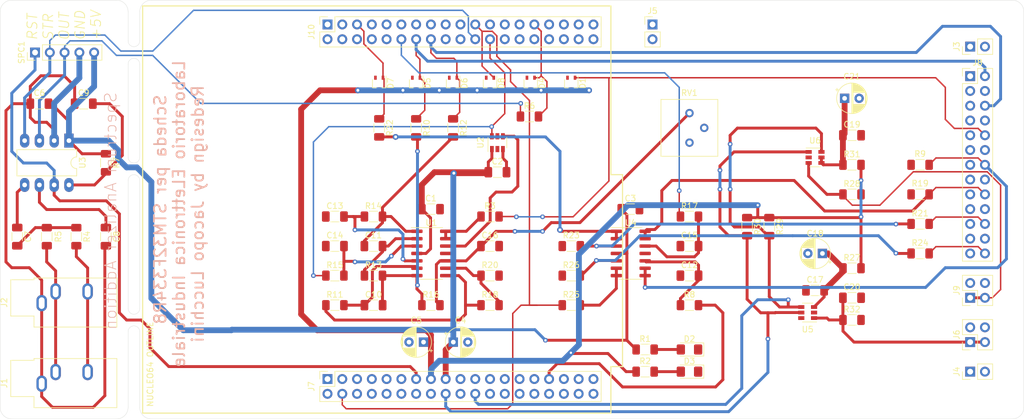
<source format=kicad_pcb>
(kicad_pcb (version 20171130) (host pcbnew "(5.1.10)-1")
  (layers (0 F.Cu signal hide) (31 B.Cu signal) (34 B.Paste user) (35 F.Paste user hide) (36 B.SilkS user) (37 F.SilkS user hide) (38 B.Mask user) (39 F.Mask user hide) (44 Edge.Cuts user))
  (net 0 "")
  (net 1 +3V3)
  (net 2 "Net-(C7-Pad1)")
  (net 3 "Net-(C7-Pad2)")
  (net 4 "Net-(C8-Pad1)")
  (net 5 "Net-(C9-Pad1)")
  (net 6 X2)
  (net 7 "Net-(C10-Pad2)")
  (net 8 "Net-(C11-Pad2)")
  (net 9 "Net-(C11-Pad1)")
  (net 10 "Net-(C12-Pad1)")
  (net 11 "Net-(C13-Pad1)")
  (net 12 "Net-(C14-Pad1)")
  (net 13 "Net-(C15-Pad1)")
  (net 14 "Net-(C16-Pad1)")
  (net 15 "Net-(C17-Pad2)")
  (net 16 "Net-(C19-Pad1)")
  (net 17 ExtDAC_OUT)
  (net 18 PWM)
  (net 19 "Net-(D1-Pad2)")
  (net 20 "Net-(D2-Pad2)")
  (net 21 "Net-(D3-Pad2)")
  (net 22 "Net-(D4-Pad2)")
  (net 23 "ADC2(5)")
  (net 24 "Net-(D5-Pad2)")
  (net 25 "ADC2(3)")
  (net 26 "ADC2(4)")
  (net 27 "Net-(D6-Pad2)")
  (net 28 "Net-(D7-Pad2)")
  (net 29 "ADC2(11)")
  (net 30 "ADC2(12)")
  (net 31 "Net-(D8-Pad2)")
  (net 32 "Net-(J1-PadR)")
  (net 33 "Net-(J1-PadT)")
  (net 34 "Net-(J7-Pad1)")
  (net 35 "Net-(J7-Pad2)")
  (net 36 "Net-(J7-Pad3)")
  (net 37 "Net-(J7-Pad5)")
  (net 38 "Net-(J7-Pad6)")
  (net 39 "Net-(J7-Pad8)")
  (net 40 "Net-(J7-Pad9)")
  (net 41 "Net-(J7-Pad10)")
  (net 42 "Net-(J7-Pad11)")
  (net 43 "Net-(J7-Pad12)")
  (net 44 RST)
  (net 45 "Net-(J7-Pad14)")
  (net 46 "Net-(J7-Pad16)")
  (net 47 SCL)
  (net 48 SDA)
  (net 49 "Net-(J7-Pad23)")
  (net 50 "Net-(J7-Pad24)")
  (net 51 "Net-(J7-Pad25)")
  (net 52 "Net-(J7-Pad26)")
  (net 53 "Net-(J7-Pad27)")
  (net 54 "Net-(J7-Pad28)")
  (net 55 "Net-(J7-Pad29)")
  (net 56 "Net-(J7-Pad30)")
  (net 57 "DAC1(1)")
  (net 58 "Net-(J7-Pad32)")
  (net 59 "Net-(J7-Pad33)")
  (net 60 "Net-(J7-Pad34)")
  (net 61 "Net-(J7-Pad35)")
  (net 62 "Net-(J7-Pad36)")
  (net 63 "Net-(J7-Pad37)")
  (net 64 "Net-(J7-Pad38)")
  (net 65 "ODAC1(1)")
  (net 66 "ODAC1(2)")
  (net 67 ExtIn1)
  (net 68 ExtIn2)
  (net 69 ALERT)
  (net 70 "Net-(J10-Pad38)")
  (net 71 "Net-(J10-Pad37)")
  (net 72 "Net-(J10-Pad36)")
  (net 73 "Net-(J10-Pad35)")
  (net 74 "Net-(J10-Pad34)")
  (net 75 "Net-(J10-Pad33)")
  (net 76 "Net-(J10-Pad32)")
  (net 77 "Net-(J10-Pad31)")
  (net 78 "Net-(J10-Pad30)")
  (net 79 "Net-(J10-Pad28)")
  (net 80 "Net-(J10-Pad27)")
  (net 81 "Net-(J10-Pad26)")
  (net 82 "Net-(J10-Pad25)")
  (net 83 VPWM)
  (net 84 "Net-(J10-Pad23)")
  (net 85 STROBE)
  (net 86 "Net-(J10-Pad20)")
  (net 87 "Net-(J10-Pad19)")
  (net 88 "Net-(J10-Pad18)")
  (net 89 "Net-(J10-Pad17)")
  (net 90 "Net-(J10-Pad15)")
  (net 91 "Net-(J10-Pad13)")
  (net 92 "DAC1(2)")
  (net 93 "Net-(J10-Pad11)")
  (net 94 "Net-(J10-Pad9)")
  (net 95 "Net-(J10-Pad8)")
  (net 96 "Net-(J10-Pad7)")
  (net 97 "Net-(J10-Pad6)")
  (net 98 "Net-(J10-Pad4)")
  (net 99 "Net-(J10-Pad3)")
  (net 100 "Net-(J10-Pad2)")
  (net 101 "Net-(J10-Pad1)")
  (net 102 "Net-(R3-Pad1)")
  (net 103 aX2)
  (net 104 "Net-(R18-Pad2)")
  (net 105 "Net-(R21-Pad1)")
  (net 106 "Net-(R22-Pad2)")
  (net 107 "Net-(R24-Pad1)")
  (net 108 "Net-(R25-Pad2)")
  (net 109 "Net-(U1-Pad12)")
  (net 110 +5V)
  (net 111 GND)
  (net 112 OSPC)
  (module Connector_PinHeader_2.54mm:PinHeader_1x05_P2.54mm_Vertical (layer F.Cu) (at 31 48 90)
    (fp_text reference SPC1 (at 0 -2.33 90) (layer F.SilkS))
    (fp_text value Conn_01x05_Male)
    (pad 5 thru_hole oval (at 0 10.16 90) (size 1.7 1.7) (drill 1) (layers *.Cu *.Mask) (net 110 +5V))
    (pad 4 thru_hole oval (at 0 7.62 90) (size 1.7 1.7) (drill 1) (layers *.Cu *.Mask) (net 111 GND))
    (pad 3 thru_hole oval (at 0 5.08 90) (size 1.7 1.7) (drill 1) (layers *.Cu *.Mask) (net 112 OSPC))
    (pad 2 thru_hole oval (at 0 2.54 90) (size 1.7 1.7) (drill 1) (layers *.Cu *.Mask) (net 85 STROBE))
    (pad 1 thru_hole rect (at 0 0 90) (size 1.7 1.7) (drill 1) (layers *.Cu *.Mask) (net 44 RST))
  )
  (module Capacitor_SMD:C_1206_3216Metric_Pad1.33x1.80mm_HandSolder (layer F.Cu) (at 99.06 74.93)
    (fp_text reference C1 (at 0 -1.85) (layer F.SilkS))
    (fp_text value 100nF)
    (pad 1 smd roundrect (at -1.5625 0) (size 1.325 1.8) (layers F.Cu F.Paste F.Mask) (roundrect_rratio 0.188679) (net 110 +5V))
    (pad 2 smd roundrect (at 1.5625 0) (size 1.325 1.8) (layers F.Cu F.Paste F.Mask) (roundrect_rratio 0.188679) (net 111 GND))
  )
  (module Capacitor_SMD:C_1206_3216Metric_Pad1.33x1.80mm_HandSolder (layer F.Cu) (at 110.49 68.58)
    (fp_text reference C2 (at 0 -1.85) (layer F.SilkS))
    (fp_text value 100nF)
    (pad 1 smd roundrect (at -1.5625 0) (size 1.325 1.8) (layers F.Cu F.Paste F.Mask) (roundrect_rratio 0.188679) (net 110 +5V))
    (pad 2 smd roundrect (at 1.5625 0) (size 1.325 1.8) (layers F.Cu F.Paste F.Mask) (roundrect_rratio 0.188679) (net 111 GND))
  )
  (module Capacitor_SMD:C_1206_3216Metric_Pad1.33x1.80mm_HandSolder (layer F.Cu) (at 133.35 74.93)
    (fp_text reference C3 (at 0 -1.85) (layer F.SilkS))
    (fp_text value 100nF)
    (pad 2 smd roundrect (at 1.5625 0) (size 1.325 1.8) (layers F.Cu F.Paste F.Mask) (roundrect_rratio 0.188679) (net 111 GND))
    (pad 1 smd roundrect (at -1.5625 0) (size 1.325 1.8) (layers F.Cu F.Paste F.Mask) (roundrect_rratio 0.188679) (net 110 +5V))
  )
  (module Capacitor_THT:CP_Radial_D5.0mm_P2.50mm (layer F.Cu) (at 102.91 97.79)
    (fp_text reference C4 (at 1.25 -3.75) (layer F.SilkS))
    (fp_text value 10uF)
    (pad 1 thru_hole rect (at 0 0) (size 1.6 1.6) (drill 0.8) (layers *.Cu *.Mask) (net 110 +5V))
    (pad 2 thru_hole circle (at 2.5 0) (size 1.6 1.6) (drill 0.8) (layers *.Cu *.Mask) (net 111 GND))
  )
  (module Capacitor_THT:CP_Radial_D5.0mm_P2.50mm (layer F.Cu) (at 97.79 97.79 180)
    (fp_text reference C5 (at 1.25 3.75) (layer F.SilkS))
    (fp_text value 10uF)
    (pad 2 thru_hole circle (at 2.5 0 180) (size 1.6 1.6) (drill 0.8) (layers *.Cu *.Mask) (net 111 GND))
    (pad 1 thru_hole rect (at 0 0 180) (size 1.6 1.6) (drill 0.8) (layers *.Cu *.Mask) (net 1 +3V3))
  )
  (module Capacitor_SMD:C_1206_3216Metric_Pad1.33x1.80mm_HandSolder (layer F.Cu) (at 31.75 56.8)
    (fp_text reference C6 (at 0 -1.85) (layer F.SilkS))
    (fp_text value 100nF)
    (pad 2 smd roundrect (at 1.5625 0) (size 1.325 1.8) (layers F.Cu F.Paste F.Mask) (roundrect_rratio 0.188679) (net 110 +5V))
    (pad 1 smd roundrect (at -1.5625 0) (size 1.325 1.8) (layers F.Cu F.Paste F.Mask) (roundrect_rratio 0.188679) (net 111 GND))
  )
  (module Capacitor_SMD:C_1206_3216Metric_Pad1.33x1.80mm_HandSolder (layer F.Cu) (at 27.94 79.66 270)
    (fp_text reference C7 (at 0 -1.85 90) (layer F.SilkS))
    (fp_text value 1nF)
    (pad 1 smd roundrect (at -1.5625 0 270) (size 1.325 1.8) (layers F.Cu F.Paste F.Mask) (roundrect_rratio 0.188679) (net 2 "Net-(C7-Pad1)"))
    (pad 2 smd roundrect (at 1.5625 0 270) (size 1.325 1.8) (layers F.Cu F.Paste F.Mask) (roundrect_rratio 0.188679) (net 3 "Net-(C7-Pad2)"))
  )
  (module Capacitor_SMD:C_1206_3216Metric_Pad1.33x1.80mm_HandSolder (layer F.Cu) (at 43.18 79.66 270)
    (fp_text reference C8 (at 0 -1.85 90) (layer F.SilkS))
    (fp_text value 100nF)
    (pad 1 smd roundrect (at -1.5625 0 270) (size 1.325 1.8) (layers F.Cu F.Paste F.Mask) (roundrect_rratio 0.188679) (net 4 "Net-(C8-Pad1)"))
    (pad 2 smd roundrect (at 1.5625 0 270) (size 1.325 1.8) (layers F.Cu F.Paste F.Mask) (roundrect_rratio 0.188679) (net 111 GND))
  )
  (module Capacitor_SMD:C_1206_3216Metric_Pad1.33x1.80mm_HandSolder (layer F.Cu) (at 39.37 56.8 180)
    (fp_text reference C9 (at 0 1.85) (layer F.SilkS))
    (fp_text value 33pF)
    (pad 2 smd roundrect (at 1.5625 0 180) (size 1.325 1.8) (layers F.Cu F.Paste F.Mask) (roundrect_rratio 0.188679) (net 111 GND))
    (pad 1 smd roundrect (at -1.5625 0 180) (size 1.325 1.8) (layers F.Cu F.Paste F.Mask) (roundrect_rratio 0.188679) (net 5 "Net-(C9-Pad1)"))
  )
  (module Capacitor_SMD:C_1206_3216Metric_Pad1.33x1.80mm_HandSolder (layer F.Cu) (at 89.1925 91.44 180)
    (fp_text reference C10 (at 0 1.82) (layer F.SilkS))
    (fp_text value 10nF)
    (pad 1 smd roundrect (at -1.5625 0 180) (size 1.325 1.8) (layers F.Cu F.Paste F.Mask) (roundrect_rratio 0.188679) (net 6 X2))
    (pad 2 smd roundrect (at 1.5625 0 180) (size 1.325 1.8) (layers F.Cu F.Paste F.Mask) (roundrect_rratio 0.188679) (net 7 "Net-(C10-Pad2)"))
  )
  (module Capacitor_SMD:C_1206_3216Metric_Pad1.33x1.80mm_HandSolder (layer F.Cu) (at 89.18 81.28)
    (fp_text reference C11 (at 0 -1.85) (layer F.SilkS))
    (fp_text value 10nF)
    (pad 2 smd roundrect (at 1.5625 0) (size 1.325 1.8) (layers F.Cu F.Paste F.Mask) (roundrect_rratio 0.188679) (net 8 "Net-(C11-Pad2)"))
    (pad 1 smd roundrect (at -1.5625 0) (size 1.325 1.8) (layers F.Cu F.Paste F.Mask) (roundrect_rratio 0.188679) (net 9 "Net-(C11-Pad1)"))
  )
  (module Capacitor_SMD:C_1206_3216Metric_Pad1.33x1.80mm_HandSolder (layer F.Cu) (at 143.51 86.36 180)
    (fp_text reference C12 (at 0 1.82) (layer F.SilkS))
    (fp_text value 1nF)
    (pad 1 smd roundrect (at -1.5625 0 180) (size 1.325 1.8) (layers F.Cu F.Paste F.Mask) (roundrect_rratio 0.188679) (net 10 "Net-(C12-Pad1)"))
    (pad 2 smd roundrect (at 1.5625 0 180) (size 1.325 1.8) (layers F.Cu F.Paste F.Mask) (roundrect_rratio 0.188679) (net 111 GND))
  )
  (module Capacitor_SMD:C_1206_3216Metric_Pad1.33x1.80mm_HandSolder (layer F.Cu) (at 82.55 76.2 180)
    (fp_text reference C13 (at 0 1.82) (layer F.SilkS))
    (fp_text value 10nF)
    (pad 1 smd roundrect (at -1.5625 0 180) (size 1.325 1.8) (layers F.Cu F.Paste F.Mask) (roundrect_rratio 0.188679) (net 11 "Net-(C13-Pad1)"))
    (pad 2 smd roundrect (at 1.5625 0 180) (size 1.325 1.8) (layers F.Cu F.Paste F.Mask) (roundrect_rratio 0.188679) (net 111 GND))
  )
  (module Capacitor_SMD:C_1206_3216Metric_Pad1.33x1.80mm_HandSolder (layer F.Cu) (at 82.55 81.28 180)
    (fp_text reference C14 (at 0 1.85) (layer F.SilkS))
    (fp_text value 10nF)
    (pad 2 smd roundrect (at 1.5625 0 180) (size 1.325 1.8) (layers F.Cu F.Paste F.Mask) (roundrect_rratio 0.188679) (net 111 GND))
    (pad 1 smd roundrect (at -1.5625 0 180) (size 1.325 1.8) (layers F.Cu F.Paste F.Mask) (roundrect_rratio 0.188679) (net 12 "Net-(C14-Pad1)"))
  )
  (module Capacitor_SMD:C_1206_3216Metric_Pad1.33x1.80mm_HandSolder (layer F.Cu) (at 143.51 81.28 180)
    (fp_text reference C15 (at 0 1.85) (layer F.SilkS))
    (fp_text value 1nF)
    (pad 2 smd roundrect (at 1.5625 0 180) (size 1.325 1.8) (layers F.Cu F.Paste F.Mask) (roundrect_rratio 0.188679) (net 111 GND))
    (pad 1 smd roundrect (at -1.5625 0 180) (size 1.325 1.8) (layers F.Cu F.Paste F.Mask) (roundrect_rratio 0.188679) (net 13 "Net-(C15-Pad1)"))
  )
  (module Capacitor_SMD:C_1206_3216Metric_Pad1.33x1.80mm_HandSolder (layer F.Cu) (at 109.22 81.28)
    (fp_text reference C16 (at 0 -1.85) (layer F.SilkS))
    (fp_text value 10nF)
    (pad 2 smd roundrect (at 1.5625 0) (size 1.325 1.8) (layers F.Cu F.Paste F.Mask) (roundrect_rratio 0.188679) (net 111 GND))
    (pad 1 smd roundrect (at -1.5625 0) (size 1.325 1.8) (layers F.Cu F.Paste F.Mask) (roundrect_rratio 0.188679) (net 14 "Net-(C16-Pad1)"))
  )
  (module Capacitor_SMD:C_1206_3216Metric_Pad1.33x1.80mm_HandSolder (layer F.Cu) (at 165.1 88.9)
    (fp_text reference C17 (at 0 -1.85) (layer F.SilkS))
    (fp_text value 100nF)
    (pad 2 smd roundrect (at 1.5625 0) (size 1.325 1.8) (layers F.Cu F.Paste F.Mask) (roundrect_rratio 0.188679) (net 15 "Net-(C17-Pad2)"))
    (pad 1 smd roundrect (at -1.5625 0) (size 1.325 1.8) (layers F.Cu F.Paste F.Mask) (roundrect_rratio 0.188679) (net 111 GND))
  )
  (module Capacitor_THT:CP_Radial_D5.0mm_P2.50mm (layer F.Cu) (at 166.37 82.55 180)
    (fp_text reference C18 (at 1.25 3.44) (layer F.SilkS))
    (fp_text value 10uF)
    (pad 2 thru_hole circle (at 2.5 0 180) (size 1.6 1.6) (drill 0.8) (layers *.Cu *.Mask) (net 111 GND))
    (pad 1 thru_hole rect (at 0 0 180) (size 1.6 1.6) (drill 0.8) (layers *.Cu *.Mask) (net 15 "Net-(C17-Pad2)"))
  )
  (module Capacitor_SMD:C_1206_3216Metric_Pad1.33x1.80mm_HandSolder (layer F.Cu) (at 171.45 62.23)
    (fp_text reference C19 (at 0 -1.85) (layer F.SilkS))
    (fp_text value 100nF)
    (pad 1 smd roundrect (at -1.5625 0) (size 1.325 1.8) (layers F.Cu F.Paste F.Mask) (roundrect_rratio 0.188679) (net 16 "Net-(C19-Pad1)"))
    (pad 2 smd roundrect (at 1.5625 0) (size 1.325 1.8) (layers F.Cu F.Paste F.Mask) (roundrect_rratio 0.188679) (net 111 GND))
  )
  (module Capacitor_SMD:C_1206_3216Metric_Pad1.33x1.80mm_HandSolder (layer F.Cu) (at 171.45 90.17)
    (fp_text reference C20 (at 0 -1.85) (layer F.SilkS))
    (fp_text value 200pF)
    (pad 1 smd roundrect (at -1.5625 0) (size 1.325 1.8) (layers F.Cu F.Paste F.Mask) (roundrect_rratio 0.188679) (net 17 ExtDAC_OUT))
    (pad 2 smd roundrect (at 1.5625 0) (size 1.325 1.8) (layers F.Cu F.Paste F.Mask) (roundrect_rratio 0.188679) (net 111 GND))
  )
  (module Capacitor_THT:CP_Radial_D5.0mm_P2.50mm (layer F.Cu) (at 170.18 55.88)
    (fp_text reference C21 (at 1.25 -3.75) (layer F.SilkS))
    (fp_text value 10uF)
    (pad 1 thru_hole rect (at 0 0) (size 1.6 1.6) (drill 0.8) (layers *.Cu *.Mask) (net 16 "Net-(C19-Pad1)"))
    (pad 2 thru_hole circle (at 2.5 0) (size 1.6 1.6) (drill 0.8) (layers *.Cu *.Mask) (net 111 GND))
  )
  (module Package_TO_SOT_SMD:SOT-323_SC-70 (layer F.Cu) (at 123.19 53.34 270)
    (fp_text reference D1 (at -0.05 -1.95 90) (layer F.SilkS))
    (fp_text value BAT54W)
    (pad 1 smd rect (at -1 -0.65 180) (size 0.45 0.7) (layers F.Cu F.Paste F.Mask) (net 18 PWM))
    (pad 2 smd rect (at -1 0.65 180) (size 0.45 0.7) (layers F.Cu F.Paste F.Mask) (net 19 "Net-(D1-Pad2)"))
    (pad 3 smd rect (at 1 0 180) (size 0.45 0.7) (layers F.Cu F.Paste F.Mask) (net 1 +3V3))
  )
  (module LED_SMD:LED_1206_3216Metric_Pad1.42x1.75mm_HandSolder (layer F.Cu) (at 143.51 99.06 180)
    (fp_text reference D2 (at 0 1.82) (layer F.SilkS))
    (fp_text value LED)
    (pad 1 smd roundrect (at -1.4875 0 180) (size 1.425 1.75) (layers F.Cu F.Paste F.Mask) (roundrect_rratio 0.175439) (net 111 GND))
    (pad 2 smd roundrect (at 1.4875 0 180) (size 1.425 1.75) (layers F.Cu F.Paste F.Mask) (roundrect_rratio 0.175439) (net 20 "Net-(D2-Pad2)"))
  )
  (module LED_SMD:LED_1206_3216Metric_Pad1.42x1.75mm_HandSolder (layer F.Cu) (at 143.51 102.87 180)
    (fp_text reference D3 (at 0 1.82) (layer F.SilkS))
    (fp_text value LED)
    (pad 2 smd roundrect (at 1.4875 0 180) (size 1.425 1.75) (layers F.Cu F.Paste F.Mask) (roundrect_rratio 0.175439) (net 21 "Net-(D3-Pad2)"))
    (pad 1 smd roundrect (at -1.4875 0 180) (size 1.425 1.75) (layers F.Cu F.Paste F.Mask) (roundrect_rratio 0.175439) (net 111 GND))
  )
  (module Package_TO_SOT_SMD:SOT-323_SC-70 (layer F.Cu) (at 116.22 53.34 270)
    (fp_text reference D4 (at -0.05 -1.95 90) (layer F.SilkS))
    (fp_text value BAT54W)
    (pad 3 smd rect (at 1 0 180) (size 0.45 0.7) (layers F.Cu F.Paste F.Mask) (net 1 +3V3))
    (pad 2 smd rect (at -1 0.65 180) (size 0.45 0.7) (layers F.Cu F.Paste F.Mask) (net 22 "Net-(D4-Pad2)"))
    (pad 1 smd rect (at -1 -0.65 180) (size 0.45 0.7) (layers F.Cu F.Paste F.Mask) (net 23 "ADC2(5)"))
  )
  (module Package_TO_SOT_SMD:SOT-323_SC-70 (layer F.Cu) (at 96.52 53.34 270)
    (fp_text reference D5 (at -0.05 -1.95 90) (layer F.SilkS))
    (fp_text value BAT54W)
    (pad 3 smd rect (at 1 0 180) (size 0.45 0.7) (layers F.Cu F.Paste F.Mask) (net 1 +3V3))
    (pad 2 smd rect (at -1 0.65 180) (size 0.45 0.7) (layers F.Cu F.Paste F.Mask) (net 24 "Net-(D5-Pad2)"))
    (pad 1 smd rect (at -1 -0.65 180) (size 0.45 0.7) (layers F.Cu F.Paste F.Mask) (net 25 "ADC2(3)"))
  )
  (module Package_TO_SOT_SMD:SOT-323_SC-70 (layer F.Cu) (at 102.87 53.34 270)
    (fp_text reference D6 (at -0.05 -1.95 90) (layer F.SilkS))
    (fp_text value BAT54W)
    (pad 1 smd rect (at -1 -0.65 180) (size 0.45 0.7) (layers F.Cu F.Paste F.Mask) (net 26 "ADC2(4)"))
    (pad 2 smd rect (at -1 0.65 180) (size 0.45 0.7) (layers F.Cu F.Paste F.Mask) (net 27 "Net-(D6-Pad2)"))
    (pad 3 smd rect (at 1 0 180) (size 0.45 0.7) (layers F.Cu F.Paste F.Mask) (net 1 +3V3))
  )
  (module Package_TO_SOT_SMD:SOT-323_SC-70 (layer F.Cu) (at 90.17 53.34 270)
    (fp_text reference D7 (at -0.05 -1.95 90) (layer F.SilkS))
    (fp_text value BAT54W)
    (pad 3 smd rect (at 1 0 180) (size 0.45 0.7) (layers F.Cu F.Paste F.Mask) (net 1 +3V3))
    (pad 2 smd rect (at -1 0.65 180) (size 0.45 0.7) (layers F.Cu F.Paste F.Mask) (net 28 "Net-(D7-Pad2)"))
    (pad 1 smd rect (at -1 -0.65 180) (size 0.45 0.7) (layers F.Cu F.Paste F.Mask) (net 29 "ADC2(11)"))
  )
  (module Package_TO_SOT_SMD:SOT-323_SC-70 (layer F.Cu) (at 109.22 53.34 270)
    (fp_text reference D8 (at -0.05 -1.95 90) (layer F.SilkS))
    (fp_text value BAT54W)
    (pad 1 smd rect (at -1 -0.65 180) (size 0.45 0.7) (layers F.Cu F.Paste F.Mask) (net 30 "ADC2(12)"))
    (pad 2 smd rect (at -1 0.65 180) (size 0.45 0.7) (layers F.Cu F.Paste F.Mask) (net 31 "Net-(D8-Pad2)"))
    (pad 3 smd rect (at 1 0 180) (size 0.45 0.7) (layers F.Cu F.Paste F.Mask) (net 1 +3V3))
  )
  (module Connector_Audio:Jack_3.5mm_CUI_SJ1-3533NG_Horizontal (layer F.Cu) (at 32.141001 104.942999 90)
    (fp_text reference J1 (at 0.1 -6.45 90) (layer F.SilkS))
    (fp_text value AudioJack3)
    (pad R thru_hole oval (at 2 7.9 90) (size 2.8 1.8) (drill oval 2 1) (layers *.Cu *.Mask) (net 32 "Net-(J1-PadR)"))
    (pad T thru_hole oval (at 2 2.4 90) (size 2.8 1.8) (drill oval 2 1) (layers *.Cu *.Mask) (net 33 "Net-(J1-PadT)"))
    (pad S thru_hole oval (at 0 0 90) (size 2.8 1.8) (drill oval 2 1) (layers *.Cu *.Mask) (net 111 GND))
  )
  (module Connector_Audio:Jack_3.5mm_CUI_SJ1-3533NG_Horizontal (layer F.Cu) (at 32.141001 91.09 90)
    (fp_text reference J2 (at 0.1 -6.45 90) (layer F.SilkS))
    (fp_text value AudioJack3)
    (pad S thru_hole oval (at 0 0 90) (size 2.8 1.8) (drill oval 2 1) (layers *.Cu *.Mask) (net 111 GND))
    (pad T thru_hole oval (at 2 2.4 90) (size 2.8 1.8) (drill oval 2 1) (layers *.Cu *.Mask) (net 33 "Net-(J1-PadT)"))
    (pad R thru_hole oval (at 2 7.9 90) (size 2.8 1.8) (drill oval 2 1) (layers *.Cu *.Mask) (net 32 "Net-(J1-PadR)"))
  )
  (module Connector_PinHeader_2.54mm:PinHeader_1x02_P2.54mm_Vertical (layer F.Cu) (at 191.77 46.99 90)
    (fp_text reference J3 (at 0 -2.33 90) (layer F.SilkS))
    (fp_text value Conn_01x02_Male)
    (pad 2 thru_hole oval (at 0 2.54 90) (size 1.7 1.7) (drill 1) (layers *.Cu *.Mask) (net 111 GND))
    (pad 1 thru_hole rect (at 0 0 90) (size 1.7 1.7) (drill 1) (layers *.Cu *.Mask) (net 111 GND))
  )
  (module Connector_PinHeader_2.54mm:PinHeader_1x02_P2.54mm_Vertical (layer F.Cu) (at 191.77 102.87 90)
    (fp_text reference J4 (at 0 -2.33 90) (layer F.SilkS))
    (fp_text value Conn_01x02_Male)
    (pad 1 thru_hole rect (at 0 0 90) (size 1.7 1.7) (drill 1) (layers *.Cu *.Mask) (net 111 GND))
    (pad 2 thru_hole oval (at 0 2.54 90) (size 1.7 1.7) (drill 1) (layers *.Cu *.Mask) (net 111 GND))
  )
  (module Connector_PinHeader_2.54mm:PinHeader_1x02_P2.54mm_Vertical (layer F.Cu) (at 137.16 43.18)
    (fp_text reference J5 (at 0 -2.33) (layer F.SilkS))
    (fp_text value Conn_01x02_Male)
    (pad 1 thru_hole rect (at 0 0) (size 1.7 1.7) (drill 1) (layers *.Cu *.Mask) (net 111 GND))
    (pad 2 thru_hole oval (at 0 2.54) (size 1.7 1.7) (drill 1) (layers *.Cu *.Mask) (net 111 GND))
  )
  (module Connector_PinHeader_2.54mm:PinHeader_2x02_P2.54mm_Vertical (layer F.Cu) (at 191.77 97.79 90)
    (fp_text reference J6 (at 1.27 -2.33 90) (layer F.SilkS))
    (fp_text value Conn_02x02_Odd_Even)
    (pad 1 thru_hole rect (at 0 0 90) (size 1.7 1.7) (drill 1) (layers *.Cu *.Mask) (net 17 ExtDAC_OUT))
    (pad 2 thru_hole oval (at 2.54 0 90) (size 1.7 1.7) (drill 1) (layers *.Cu *.Mask) (net 111 GND))
    (pad 3 thru_hole oval (at 0 2.54 90) (size 1.7 1.7) (drill 1) (layers *.Cu *.Mask) (net 17 ExtDAC_OUT))
    (pad 4 thru_hole oval (at 2.54 2.54 90) (size 1.7 1.7) (drill 1) (layers *.Cu *.Mask) (net 111 GND))
  )
  (module Connector_PinSocket_2.54mm:PinSocket_2x19_P2.54mm_Vertical (layer F.Cu) (at 81.28 104.14 90)
    (fp_text reference J7 (at -1.27 -2.77 90) (layer F.SilkS))
    (fp_text value Conn_02x19_Odd_Even)
    (pad 1 thru_hole rect (at 0 0 90) (size 1.7 1.7) (drill 1) (layers *.Cu *.Mask) (net 34 "Net-(J7-Pad1)"))
    (pad 2 thru_hole oval (at -2.54 0 90) (size 1.7 1.7) (drill 1) (layers *.Cu *.Mask) (net 35 "Net-(J7-Pad2)"))
    (pad 3 thru_hole oval (at 0 2.54 90) (size 1.7 1.7) (drill 1) (layers *.Cu *.Mask) (net 36 "Net-(J7-Pad3)"))
    (pad 4 thru_hole oval (at -2.54 2.54 90) (size 1.7 1.7) (drill 1) (layers *.Cu *.Mask) (net 30 "ADC2(12)"))
    (pad 5 thru_hole oval (at 0 5.08 90) (size 1.7 1.7) (drill 1) (layers *.Cu *.Mask) (net 37 "Net-(J7-Pad5)"))
    (pad 6 thru_hole oval (at -2.54 5.08 90) (size 1.7 1.7) (drill 1) (layers *.Cu *.Mask) (net 38 "Net-(J7-Pad6)"))
    (pad 7 thru_hole oval (at 0 7.62 90) (size 1.7 1.7) (drill 1) (layers *.Cu *.Mask) (net 111 GND))
    (pad 8 thru_hole oval (at -2.54 7.62 90) (size 1.7 1.7) (drill 1) (layers *.Cu *.Mask) (net 39 "Net-(J7-Pad8)"))
    (pad 9 thru_hole oval (at 0 10.16 90) (size 1.7 1.7) (drill 1) (layers *.Cu *.Mask) (net 40 "Net-(J7-Pad9)"))
    (pad 10 thru_hole oval (at -2.54 10.16 90) (size 1.7 1.7) (drill 1) (layers *.Cu *.Mask) (net 41 "Net-(J7-Pad10)"))
    (pad 11 thru_hole oval (at 0 12.7 90) (size 1.7 1.7) (drill 1) (layers *.Cu *.Mask) (net 42 "Net-(J7-Pad11)"))
    (pad 12 thru_hole oval (at -2.54 12.7 90) (size 1.7 1.7) (drill 1) (layers *.Cu *.Mask) (net 43 "Net-(J7-Pad12)"))
    (pad 13 thru_hole oval (at 0 15.24 90) (size 1.7 1.7) (drill 1) (layers *.Cu *.Mask) (net 44 RST))
    (pad 14 thru_hole oval (at -2.54 15.24 90) (size 1.7 1.7) (drill 1) (layers *.Cu *.Mask) (net 45 "Net-(J7-Pad14)"))
    (pad 15 thru_hole oval (at 0 17.78 90) (size 1.7 1.7) (drill 1) (layers *.Cu *.Mask) (net 1 +3V3))
    (pad 16 thru_hole oval (at -2.54 17.78 90) (size 1.7 1.7) (drill 1) (layers *.Cu *.Mask) (net 46 "Net-(J7-Pad16)"))
    (pad 17 thru_hole oval (at 0 20.32 90) (size 1.7 1.7) (drill 1) (layers *.Cu *.Mask) (net 110 +5V))
    (pad 18 thru_hole oval (at -2.54 20.32 90) (size 1.7 1.7) (drill 1) (layers *.Cu *.Mask) (net 47 SCL))
    (pad 19 thru_hole oval (at 0 22.86 90) (size 1.7 1.7) (drill 1) (layers *.Cu *.Mask) (net 111 GND))
    (pad 20 thru_hole oval (at -2.54 22.86 90) (size 1.7 1.7) (drill 1) (layers *.Cu *.Mask) (net 111 GND))
    (pad 21 thru_hole oval (at 0 25.4 90) (size 1.7 1.7) (drill 1) (layers *.Cu *.Mask) (net 111 GND))
    (pad 22 thru_hole oval (at -2.54 25.4 90) (size 1.7 1.7) (drill 1) (layers *.Cu *.Mask) (net 48 SDA))
    (pad 23 thru_hole oval (at 0 27.94 90) (size 1.7 1.7) (drill 1) (layers *.Cu *.Mask) (net 49 "Net-(J7-Pad23)"))
    (pad 24 thru_hole oval (at -2.54 27.94 90) (size 1.7 1.7) (drill 1) (layers *.Cu *.Mask) (net 50 "Net-(J7-Pad24)"))
    (pad 25 thru_hole oval (at 0 30.48 90) (size 1.7 1.7) (drill 1) (layers *.Cu *.Mask) (net 51 "Net-(J7-Pad25)"))
    (pad 26 thru_hole oval (at -2.54 30.48 90) (size 1.7 1.7) (drill 1) (layers *.Cu *.Mask) (net 52 "Net-(J7-Pad26)"))
    (pad 27 thru_hole oval (at 0 33.02 90) (size 1.7 1.7) (drill 1) (layers *.Cu *.Mask) (net 53 "Net-(J7-Pad27)"))
    (pad 28 thru_hole oval (at -2.54 33.02 90) (size 1.7 1.7) (drill 1) (layers *.Cu *.Mask) (net 54 "Net-(J7-Pad28)"))
    (pad 29 thru_hole oval (at 0 35.56 90) (size 1.7 1.7) (drill 1) (layers *.Cu *.Mask) (net 55 "Net-(J7-Pad29)"))
    (pad 30 thru_hole oval (at -2.54 35.56 90) (size 1.7 1.7) (drill 1) (layers *.Cu *.Mask) (net 56 "Net-(J7-Pad30)"))
    (pad 31 thru_hole oval (at 0 38.1 90) (size 1.7 1.7) (drill 1) (layers *.Cu *.Mask) (net 57 "DAC1(1)"))
    (pad 32 thru_hole oval (at -2.54 38.1 90) (size 1.7 1.7) (drill 1) (layers *.Cu *.Mask) (net 58 "Net-(J7-Pad32)"))
    (pad 33 thru_hole oval (at 0 40.64 90) (size 1.7 1.7) (drill 1) (layers *.Cu *.Mask) (net 59 "Net-(J7-Pad33)"))
    (pad 34 thru_hole oval (at -2.54 40.64 90) (size 1.7 1.7) (drill 1) (layers *.Cu *.Mask) (net 60 "Net-(J7-Pad34)"))
    (pad 35 thru_hole oval (at 0 43.18 90) (size 1.7 1.7) (drill 1) (layers *.Cu *.Mask) (net 61 "Net-(J7-Pad35)"))
    (pad 36 thru_hole oval (at -2.54 43.18 90) (size 1.7 1.7) (drill 1) (layers *.Cu *.Mask) (net 62 "Net-(J7-Pad36)"))
    (pad 37 thru_hole oval (at 0 45.72 90) (size 1.7 1.7) (drill 1) (layers *.Cu *.Mask) (net 63 "Net-(J7-Pad37)"))
    (pad 38 thru_hole oval (at -2.54 45.72 90) (size 1.7 1.7) (drill 1) (layers *.Cu *.Mask) (net 64 "Net-(J7-Pad38)"))
  )
  (module Connector_PinHeader_2.54mm:PinHeader_2x13_P2.54mm_Vertical (layer F.Cu) (at 191.77 52.07)
    (fp_text reference J8 (at 1.27 -2.33) (layer F.SilkS))
    (fp_text value Conn_02x13_Odd_Even)
    (pad 1 thru_hole rect (at 0 0) (size 1.7 1.7) (drill 1) (layers *.Cu *.Mask) (net 111 GND))
    (pad 2 thru_hole oval (at 2.54 0) (size 1.7 1.7) (drill 1) (layers *.Cu *.Mask) (net 25 "ADC2(3)"))
    (pad 3 thru_hole oval (at 0 2.54) (size 1.7 1.7) (drill 1) (layers *.Cu *.Mask) (net 111 GND))
    (pad 4 thru_hole oval (at 2.54 2.54) (size 1.7 1.7) (drill 1) (layers *.Cu *.Mask) (net 111 GND))
    (pad 5 thru_hole oval (at 0 5.08) (size 1.7 1.7) (drill 1) (layers *.Cu *.Mask) (net 111 GND))
    (pad 6 thru_hole oval (at 2.54 5.08) (size 1.7 1.7) (drill 1) (layers *.Cu *.Mask) (net 26 "ADC2(4)"))
    (pad 7 thru_hole oval (at 0 7.62) (size 1.7 1.7) (drill 1) (layers *.Cu *.Mask) (net 111 GND))
    (pad 8 thru_hole oval (at 2.54 7.62) (size 1.7 1.7) (drill 1) (layers *.Cu *.Mask) (net 111 GND))
    (pad 9 thru_hole oval (at 0 10.16) (size 1.7 1.7) (drill 1) (layers *.Cu *.Mask) (net 111 GND))
    (pad 10 thru_hole oval (at 2.54 10.16) (size 1.7 1.7) (drill 1) (layers *.Cu *.Mask) (net 18 PWM))
    (pad 11 thru_hole oval (at 0 12.7) (size 1.7 1.7) (drill 1) (layers *.Cu *.Mask) (net 111 GND))
    (pad 12 thru_hole oval (at 2.54 12.7) (size 1.7 1.7) (drill 1) (layers *.Cu *.Mask) (net 111 GND))
    (pad 13 thru_hole oval (at 0 15.24) (size 1.7 1.7) (drill 1) (layers *.Cu *.Mask) (net 111 GND))
    (pad 14 thru_hole oval (at 2.54 15.24) (size 1.7 1.7) (drill 1) (layers *.Cu *.Mask) (net 65 "ODAC1(1)"))
    (pad 15 thru_hole oval (at 0 17.78) (size 1.7 1.7) (drill 1) (layers *.Cu *.Mask) (net 111 GND))
    (pad 16 thru_hole oval (at 2.54 17.78) (size 1.7 1.7) (drill 1) (layers *.Cu *.Mask) (net 111 GND))
    (pad 17 thru_hole oval (at 0 20.32) (size 1.7 1.7) (drill 1) (layers *.Cu *.Mask) (net 111 GND))
    (pad 18 thru_hole oval (at 2.54 20.32) (size 1.7 1.7) (drill 1) (layers *.Cu *.Mask) (net 66 "ODAC1(2)"))
    (pad 19 thru_hole oval (at 0 22.86) (size 1.7 1.7) (drill 1) (layers *.Cu *.Mask) (net 111 GND))
    (pad 20 thru_hole oval (at 2.54 22.86) (size 1.7 1.7) (drill 1) (layers *.Cu *.Mask) (net 111 GND))
    (pad 21 thru_hole oval (at 0 25.4) (size 1.7 1.7) (drill 1) (layers *.Cu *.Mask) (net 111 GND))
    (pad 22 thru_hole oval (at 2.54 25.4) (size 1.7 1.7) (drill 1) (layers *.Cu *.Mask) (net 67 ExtIn1))
    (pad 23 thru_hole oval (at 0 27.94) (size 1.7 1.7) (drill 1) (layers *.Cu *.Mask) (net 111 GND))
    (pad 24 thru_hole oval (at 2.54 27.94) (size 1.7 1.7) (drill 1) (layers *.Cu *.Mask) (net 111 GND))
    (pad 25 thru_hole oval (at 0 30.48) (size 1.7 1.7) (drill 1) (layers *.Cu *.Mask) (net 111 GND))
    (pad 26 thru_hole oval (at 2.54 30.48) (size 1.7 1.7) (drill 1) (layers *.Cu *.Mask) (net 68 ExtIn2))
  )
  (module Connector_PinHeader_2.54mm:PinHeader_2x02_P2.54mm_Vertical (layer F.Cu) (at 191.77 90.17 90)
    (fp_text reference J9 (at 1.27 -2.33 90) (layer F.SilkS))
    (fp_text value Conn_02x02_Odd_Even)
    (pad 4 thru_hole oval (at 2.54 2.54 90) (size 1.7 1.7) (drill 1) (layers *.Cu *.Mask) (net 111 GND))
    (pad 3 thru_hole oval (at 0 2.54 90) (size 1.7 1.7) (drill 1) (layers *.Cu *.Mask) (net 69 ALERT))
    (pad 2 thru_hole oval (at 2.54 0 90) (size 1.7 1.7) (drill 1) (layers *.Cu *.Mask) (net 111 GND))
    (pad 1 thru_hole rect (at 0 0 90) (size 1.7 1.7) (drill 1) (layers *.Cu *.Mask) (net 69 ALERT))
  )
  (module Connector_PinSocket_2.54mm:PinSocket_2x19_P2.54mm_Vertical (layer F.Cu) (at 81.28 43.18 90)
    (fp_text reference J10 (at -1.27 -2.77 90) (layer F.SilkS))
    (fp_text value Conn_02x19_Odd_Even)
    (pad 38 thru_hole oval (at -2.54 45.72 90) (size 1.7 1.7) (drill 1) (layers *.Cu *.Mask) (net 70 "Net-(J10-Pad38)"))
    (pad 37 thru_hole oval (at 0 45.72 90) (size 1.7 1.7) (drill 1) (layers *.Cu *.Mask) (net 71 "Net-(J10-Pad37)"))
    (pad 36 thru_hole oval (at -2.54 43.18 90) (size 1.7 1.7) (drill 1) (layers *.Cu *.Mask) (net 72 "Net-(J10-Pad36)"))
    (pad 35 thru_hole oval (at 0 43.18 90) (size 1.7 1.7) (drill 1) (layers *.Cu *.Mask) (net 73 "Net-(J10-Pad35)"))
    (pad 34 thru_hole oval (at -2.54 40.64 90) (size 1.7 1.7) (drill 1) (layers *.Cu *.Mask) (net 74 "Net-(J10-Pad34)"))
    (pad 33 thru_hole oval (at 0 40.64 90) (size 1.7 1.7) (drill 1) (layers *.Cu *.Mask) (net 75 "Net-(J10-Pad33)"))
    (pad 32 thru_hole oval (at -2.54 38.1 90) (size 1.7 1.7) (drill 1) (layers *.Cu *.Mask) (net 76 "Net-(J10-Pad32)"))
    (pad 31 thru_hole oval (at 0 38.1 90) (size 1.7 1.7) (drill 1) (layers *.Cu *.Mask) (net 77 "Net-(J10-Pad31)"))
    (pad 30 thru_hole oval (at -2.54 35.56 90) (size 1.7 1.7) (drill 1) (layers *.Cu *.Mask) (net 78 "Net-(J10-Pad30)"))
    (pad 29 thru_hole oval (at 0 35.56 90) (size 1.7 1.7) (drill 1) (layers *.Cu *.Mask) (net 23 "ADC2(5)"))
    (pad 28 thru_hole oval (at -2.54 33.02 90) (size 1.7 1.7) (drill 1) (layers *.Cu *.Mask) (net 79 "Net-(J10-Pad28)"))
    (pad 27 thru_hole oval (at 0 33.02 90) (size 1.7 1.7) (drill 1) (layers *.Cu *.Mask) (net 80 "Net-(J10-Pad27)"))
    (pad 26 thru_hole oval (at -2.54 30.48 90) (size 1.7 1.7) (drill 1) (layers *.Cu *.Mask) (net 81 "Net-(J10-Pad26)"))
    (pad 25 thru_hole oval (at 0 30.48 90) (size 1.7 1.7) (drill 1) (layers *.Cu *.Mask) (net 82 "Net-(J10-Pad25)"))
    (pad 24 thru_hole oval (at -2.54 27.94 90) (size 1.7 1.7) (drill 1) (layers *.Cu *.Mask) (net 83 VPWM))
    (pad 23 thru_hole oval (at 0 27.94 90) (size 1.7 1.7) (drill 1) (layers *.Cu *.Mask) (net 84 "Net-(J10-Pad23)"))
    (pad 22 thru_hole oval (at -2.54 25.4 90) (size 1.7 1.7) (drill 1) (layers *.Cu *.Mask) (net 85 STROBE))
    (pad 21 thru_hole oval (at 0 25.4 90) (size 1.7 1.7) (drill 1) (layers *.Cu *.Mask) (net 30 "ADC2(12)"))
    (pad 20 thru_hole oval (at -2.54 22.86 90) (size 1.7 1.7) (drill 1) (layers *.Cu *.Mask) (net 86 "Net-(J10-Pad20)"))
    (pad 19 thru_hole oval (at 0 22.86 90) (size 1.7 1.7) (drill 1) (layers *.Cu *.Mask) (net 87 "Net-(J10-Pad19)"))
    (pad 18 thru_hole oval (at -2.54 20.32 90) (size 1.7 1.7) (drill 1) (layers *.Cu *.Mask) (net 88 "Net-(J10-Pad18)"))
    (pad 17 thru_hole oval (at 0 20.32 90) (size 1.7 1.7) (drill 1) (layers *.Cu *.Mask) (net 89 "Net-(J10-Pad17)"))
    (pad 16 thru_hole oval (at -2.54 17.78 90) (size 1.7 1.7) (drill 1) (layers *.Cu *.Mask) (net 26 "ADC2(4)"))
    (pad 15 thru_hole oval (at 0 17.78 90) (size 1.7 1.7) (drill 1) (layers *.Cu *.Mask) (net 90 "Net-(J10-Pad15)"))
    (pad 14 thru_hole oval (at -2.54 15.24 90) (size 1.7 1.7) (drill 1) (layers *.Cu *.Mask) (net 25 "ADC2(3)"))
    (pad 13 thru_hole oval (at 0 15.24 90) (size 1.7 1.7) (drill 1) (layers *.Cu *.Mask) (net 91 "Net-(J10-Pad13)"))
    (pad 12 thru_hole oval (at -2.54 12.7 90) (size 1.7 1.7) (drill 1) (layers *.Cu *.Mask) (net 92 "DAC1(2)"))
    (pad 11 thru_hole oval (at 0 12.7 90) (size 1.7 1.7) (drill 1) (layers *.Cu *.Mask) (net 93 "Net-(J10-Pad11)"))
    (pad 10 thru_hole oval (at -2.54 10.16 90) (size 1.7 1.7) (drill 1) (layers *.Cu *.Mask) (net 111 GND))
    (pad 9 thru_hole oval (at 0 10.16 90) (size 1.7 1.7) (drill 1) (layers *.Cu *.Mask) (net 94 "Net-(J10-Pad9)"))
    (pad 8 thru_hole oval (at -2.54 7.62 90) (size 1.7 1.7) (drill 1) (layers *.Cu *.Mask) (net 95 "Net-(J10-Pad8)"))
    (pad 7 thru_hole oval (at 0 7.62 90) (size 1.7 1.7) (drill 1) (layers *.Cu *.Mask) (net 96 "Net-(J10-Pad7)"))
    (pad 6 thru_hole oval (at -2.54 5.08 90) (size 1.7 1.7) (drill 1) (layers *.Cu *.Mask) (net 97 "Net-(J10-Pad6)"))
    (pad 5 thru_hole oval (at 0 5.08 90) (size 1.7 1.7) (drill 1) (layers *.Cu *.Mask) (net 29 "ADC2(11)"))
    (pad 4 thru_hole oval (at -2.54 2.54 90) (size 1.7 1.7) (drill 1) (layers *.Cu *.Mask) (net 98 "Net-(J10-Pad4)"))
    (pad 3 thru_hole oval (at 0 2.54 90) (size 1.7 1.7) (drill 1) (layers *.Cu *.Mask) (net 99 "Net-(J10-Pad3)"))
    (pad 2 thru_hole oval (at -2.54 0 90) (size 1.7 1.7) (drill 1) (layers *.Cu *.Mask) (net 100 "Net-(J10-Pad2)"))
    (pad 1 thru_hole rect (at 0 0 90) (size 1.7 1.7) (drill 1) (layers *.Cu *.Mask) (net 101 "Net-(J10-Pad1)"))
  )
  (module Resistor_SMD:R_1206_3216Metric_Pad1.30x1.75mm_HandSolder (layer F.Cu) (at 135.89 99.06)
    (fp_text reference R1 (at 0 -1.82) (layer F.SilkS))
    (fp_text value 100)
    (pad 1 smd roundrect (at -1.55 0) (size 1.3 1.75) (layers F.Cu F.Paste F.Mask) (roundrect_rratio 0.192308) (net 110 +5V))
    (pad 2 smd roundrect (at 1.55 0) (size 1.3 1.75) (layers F.Cu F.Paste F.Mask) (roundrect_rratio 0.192308) (net 20 "Net-(D2-Pad2)"))
  )
  (module Resistor_SMD:R_1206_3216Metric_Pad1.30x1.75mm_HandSolder (layer F.Cu) (at 135.89 102.87)
    (fp_text reference R2 (at 0 -1.82) (layer F.SilkS))
    (fp_text value 60R4)
    (pad 2 smd roundrect (at 1.55 0) (size 1.3 1.75) (layers F.Cu F.Paste F.Mask) (roundrect_rratio 0.192308) (net 21 "Net-(D3-Pad2)"))
    (pad 1 smd roundrect (at -1.55 0) (size 1.3 1.75) (layers F.Cu F.Paste F.Mask) (roundrect_rratio 0.192308) (net 1 +3V3))
  )
  (module Resistor_SMD:R_1206_3216Metric_Pad1.30x1.75mm_HandSolder (layer F.Cu) (at 109.22 76.2)
    (fp_text reference R3 (at 0 -1.82) (layer F.SilkS))
    (fp_text value 200)
    (pad 2 smd roundrect (at 1.55 0) (size 1.3 1.75) (layers F.Cu F.Paste F.Mask) (roundrect_rratio 0.192308) (net 18 PWM))
    (pad 1 smd roundrect (at -1.55 0) (size 1.3 1.75) (layers F.Cu F.Paste F.Mask) (roundrect_rratio 0.192308) (net 102 "Net-(R3-Pad1)"))
  )
  (module Resistor_SMD:R_1206_3216Metric_Pad1.30x1.75mm_HandSolder (layer F.Cu) (at 38.1 79.66 270)
    (fp_text reference R4 (at 0 -1.82 90) (layer F.SilkS))
    (fp_text value 22k)
    (pad 2 smd roundrect (at 1.55 0 270) (size 1.3 1.75) (layers F.Cu F.Paste F.Mask) (roundrect_rratio 0.192308) (net 32 "Net-(J1-PadR)"))
    (pad 1 smd roundrect (at -1.55 0 270) (size 1.3 1.75) (layers F.Cu F.Paste F.Mask) (roundrect_rratio 0.192308) (net 3 "Net-(C7-Pad2)"))
  )
  (module Resistor_SMD:R_1206_3216Metric_Pad1.30x1.75mm_HandSolder (layer F.Cu) (at 33.02 79.66 90)
    (fp_text reference R5 (at 0 1.98 90) (layer F.SilkS))
    (fp_text value 22k)
    (pad 1 smd roundrect (at -1.55 0 90) (size 1.3 1.75) (layers F.Cu F.Paste F.Mask) (roundrect_rratio 0.192308) (net 33 "Net-(J1-PadT)"))
    (pad 2 smd roundrect (at 1.55 0 90) (size 1.3 1.75) (layers F.Cu F.Paste F.Mask) (roundrect_rratio 0.192308) (net 3 "Net-(C7-Pad2)"))
  )
  (module Resistor_SMD:R_1206_3216Metric_Pad1.30x1.75mm_HandSolder (layer F.Cu) (at 116 59)
    (fp_text reference R6 (at 0 -1.82) (layer F.SilkS))
    (fp_text value 200)
    (pad 1 smd roundrect (at -1.55 0) (size 1.3 1.75) (layers F.Cu F.Paste F.Mask) (roundrect_rratio 0.192308) (net 112 OSPC))
    (pad 2 smd roundrect (at 1.55 0) (size 1.3 1.75) (layers F.Cu F.Paste F.Mask) (roundrect_rratio 0.192308) (net 23 "ADC2(5)"))
  )
  (module Resistor_SMD:R_1206_3216Metric_Pad1.30x1.75mm_HandSolder (layer F.Cu) (at 43.18 66.96 270)
    (fp_text reference R7 (at 0 -1.82 90) (layer F.SilkS))
    (fp_text value 200k)
    (pad 2 smd roundrect (at 1.55 0 270) (size 1.3 1.75) (layers F.Cu F.Paste F.Mask) (roundrect_rratio 0.192308) (net 5 "Net-(C9-Pad1)"))
    (pad 1 smd roundrect (at -1.55 0 270) (size 1.3 1.75) (layers F.Cu F.Paste F.Mask) (roundrect_rratio 0.192308) (net 110 +5V))
  )
  (module Resistor_SMD:R_1206_3216Metric_Pad1.30x1.75mm_HandSolder (layer F.Cu) (at 143.51 91.44)
    (fp_text reference R8 (at 0 -1.82) (layer F.SilkS))
    (fp_text value 1k)
    (pad 2 smd roundrect (at 1.55 0) (size 1.3 1.75) (layers F.Cu F.Paste F.Mask) (roundrect_rratio 0.192308) (net 57 "DAC1(1)"))
    (pad 1 smd roundrect (at -1.55 0) (size 1.3 1.75) (layers F.Cu F.Paste F.Mask) (roundrect_rratio 0.192308) (net 10 "Net-(C12-Pad1)"))
  )
  (module Resistor_SMD:R_1206_3216Metric_Pad1.30x1.75mm_HandSolder (layer F.Cu) (at 183.16 67.31 180)
    (fp_text reference R9 (at 0 1.88) (layer F.SilkS))
    (fp_text value 10k)
    (pad 2 smd roundrect (at 1.55 0 180) (size 1.3 1.75) (layers F.Cu F.Paste F.Mask) (roundrect_rratio 0.192308) (net 111 GND))
    (pad 1 smd roundrect (at -1.55 0 180) (size 1.3 1.75) (layers F.Cu F.Paste F.Mask) (roundrect_rratio 0.192308) (net 65 "ODAC1(1)"))
  )
  (module Resistor_SMD:R_1206_3216Metric_Pad1.30x1.75mm_HandSolder (layer F.Cu) (at 96.52 60.96 270)
    (fp_text reference R10 (at 0 -1.82 90) (layer F.SilkS))
    (fp_text value 200)
    (pad 2 smd roundrect (at 1.55 0 270) (size 1.3 1.75) (layers F.Cu F.Paste F.Mask) (roundrect_rratio 0.192308) (net 6 X2))
    (pad 1 smd roundrect (at -1.55 0 270) (size 1.3 1.75) (layers F.Cu F.Paste F.Mask) (roundrect_rratio 0.192308) (net 25 "ADC2(3)"))
  )
  (module Resistor_SMD:R_1206_3216Metric_Pad1.30x1.75mm_HandSolder (layer F.Cu) (at 82.55 91.44 180)
    (fp_text reference R11 (at 0 1.82) (layer F.SilkS))
    (fp_text value 10k)
    (pad 1 smd roundrect (at -1.55 0 180) (size 1.3 1.75) (layers F.Cu F.Paste F.Mask) (roundrect_rratio 0.192308) (net 7 "Net-(C10-Pad2)"))
    (pad 2 smd roundrect (at 1.55 0 180) (size 1.3 1.75) (layers F.Cu F.Paste F.Mask) (roundrect_rratio 0.192308) (net 103 aX2))
  )
  (module Resistor_SMD:R_1206_3216Metric_Pad1.30x1.75mm_HandSolder (layer F.Cu) (at 102.87 60.96 270)
    (fp_text reference R12 (at 0 -1.82 90) (layer F.SilkS))
    (fp_text value 200)
    (pad 1 smd roundrect (at -1.55 0 270) (size 1.3 1.75) (layers F.Cu F.Paste F.Mask) (roundrect_rratio 0.192308) (net 26 "ADC2(4)"))
    (pad 2 smd roundrect (at 1.55 0 270) (size 1.3 1.75) (layers F.Cu F.Paste F.Mask) (roundrect_rratio 0.192308) (net 9 "Net-(C11-Pad1)"))
  )
  (module Resistor_SMD:R_1206_3216Metric_Pad1.30x1.75mm_HandSolder (layer F.Cu) (at 89.18 86.36)
    (fp_text reference R13 (at 0 -1.82) (layer F.SilkS))
    (fp_text value 1k)
    (pad 1 smd roundrect (at -1.55 0) (size 1.3 1.75) (layers F.Cu F.Paste F.Mask) (roundrect_rratio 0.192308) (net 8 "Net-(C11-Pad2)"))
    (pad 2 smd roundrect (at 1.55 0) (size 1.3 1.75) (layers F.Cu F.Paste F.Mask) (roundrect_rratio 0.192308) (net 6 X2))
  )
  (module Resistor_SMD:R_1206_3216Metric_Pad1.30x1.75mm_HandSolder (layer F.Cu) (at 89.18 76.2)
    (fp_text reference R14 (at 0 -1.82) (layer F.SilkS))
    (fp_text value 10k)
    (pad 2 smd roundrect (at 1.55 0) (size 1.3 1.75) (layers F.Cu F.Paste F.Mask) (roundrect_rratio 0.192308) (net 9 "Net-(C11-Pad1)"))
    (pad 1 smd roundrect (at -1.55 0) (size 1.3 1.75) (layers F.Cu F.Paste F.Mask) (roundrect_rratio 0.192308) (net 11 "Net-(C13-Pad1)"))
  )
  (module Resistor_SMD:R_1206_3216Metric_Pad1.30x1.75mm_HandSolder (layer F.Cu) (at 82.55 86.36 180)
    (fp_text reference R15 (at 0 1.82) (layer F.SilkS))
    (fp_text value 1k)
    (pad 2 smd roundrect (at 1.55 0 180) (size 1.3 1.75) (layers F.Cu F.Paste F.Mask) (roundrect_rratio 0.192308) (net 83 VPWM))
    (pad 1 smd roundrect (at -1.55 0 180) (size 1.3 1.75) (layers F.Cu F.Paste F.Mask) (roundrect_rratio 0.192308) (net 12 "Net-(C14-Pad1)"))
  )
  (module Resistor_SMD:R_1206_3216Metric_Pad1.30x1.75mm_HandSolder (layer F.Cu) (at 99.06 91.44)
    (fp_text reference R16 (at 0 -1.82) (layer F.SilkS))
    (fp_text value 10k)
    (pad 2 smd roundrect (at 1.55 0) (size 1.3 1.75) (layers F.Cu F.Paste F.Mask) (roundrect_rratio 0.192308) (net 14 "Net-(C16-Pad1)"))
    (pad 1 smd roundrect (at -1.55 0) (size 1.3 1.75) (layers F.Cu F.Paste F.Mask) (roundrect_rratio 0.192308) (net 6 X2))
  )
  (module Resistor_SMD:R_1206_3216Metric_Pad1.30x1.75mm_HandSolder (layer F.Cu) (at 143.51 76.2 180)
    (fp_text reference R17 (at 0 1.82) (layer F.SilkS))
    (fp_text value 1k)
    (pad 1 smd roundrect (at -1.55 0 180) (size 1.3 1.75) (layers F.Cu F.Paste F.Mask) (roundrect_rratio 0.192308) (net 13 "Net-(C15-Pad1)"))
    (pad 2 smd roundrect (at 1.55 0 180) (size 1.3 1.75) (layers F.Cu F.Paste F.Mask) (roundrect_rratio 0.192308) (net 92 "DAC1(2)"))
  )
  (module Resistor_SMD:R_1206_3216Metric_Pad1.30x1.75mm_HandSolder (layer F.Cu) (at 109.22 91.44)
    (fp_text reference R18 (at 0 -1.82) (layer F.SilkS))
    (fp_text value 29k)
    (pad 1 smd roundrect (at -1.55 0) (size 1.3 1.75) (layers F.Cu F.Paste F.Mask) (roundrect_rratio 0.192308) (net 103 aX2))
    (pad 2 smd roundrect (at 1.55 0) (size 1.3 1.75) (layers F.Cu F.Paste F.Mask) (roundrect_rratio 0.192308) (net 104 "Net-(R18-Pad2)"))
  )
  (module Resistor_SMD:R_1206_3216Metric_Pad1.30x1.75mm_HandSolder (layer F.Cu) (at 183.16 72.39 180)
    (fp_text reference R19 (at 0 1.88) (layer F.SilkS))
    (fp_text value 10k)
    (pad 1 smd roundrect (at -1.55 0 180) (size 1.3 1.75) (layers F.Cu F.Paste F.Mask) (roundrect_rratio 0.192308) (net 66 "ODAC1(2)"))
    (pad 2 smd roundrect (at 1.55 0 180) (size 1.3 1.75) (layers F.Cu F.Paste F.Mask) (roundrect_rratio 0.192308) (net 111 GND))
  )
  (module Resistor_SMD:R_1206_3216Metric_Pad1.30x1.75mm_HandSolder (layer F.Cu) (at 109.22 86.36)
    (fp_text reference R20 (at 0 -1.82) (layer F.SilkS))
    (fp_text value 1k)
    (pad 2 smd roundrect (at 1.55 0) (size 1.3 1.75) (layers F.Cu F.Paste F.Mask) (roundrect_rratio 0.192308) (net 111 GND))
    (pad 1 smd roundrect (at -1.55 0) (size 1.3 1.75) (layers F.Cu F.Paste F.Mask) (roundrect_rratio 0.192308) (net 104 "Net-(R18-Pad2)"))
  )
  (module Resistor_SMD:R_1206_3216Metric_Pad1.30x1.75mm_HandSolder (layer F.Cu) (at 183.16 77.47)
    (fp_text reference R21 (at 0 -1.82) (layer F.SilkS))
    (fp_text value 20k)
    (pad 2 smd roundrect (at 1.55 0) (size 1.3 1.75) (layers F.Cu F.Paste F.Mask) (roundrect_rratio 0.192308) (net 67 ExtIn1))
    (pad 1 smd roundrect (at -1.55 0) (size 1.3 1.75) (layers F.Cu F.Paste F.Mask) (roundrect_rratio 0.192308) (net 105 "Net-(R21-Pad1)"))
  )
  (module Resistor_SMD:R_1206_3216Metric_Pad1.30x1.75mm_HandSolder (layer F.Cu) (at 90.17 60.96 270)
    (fp_text reference R22 (at 0 -1.82 90) (layer F.SilkS))
    (fp_text value 200)
    (pad 1 smd roundrect (at -1.55 0 270) (size 1.3 1.75) (layers F.Cu F.Paste F.Mask) (roundrect_rratio 0.192308) (net 29 "ADC2(11)"))
    (pad 2 smd roundrect (at 1.55 0 270) (size 1.3 1.75) (layers F.Cu F.Paste F.Mask) (roundrect_rratio 0.192308) (net 106 "Net-(R22-Pad2)"))
  )
  (module Resistor_SMD:R_1206_3216Metric_Pad1.30x1.75mm_HandSolder (layer F.Cu) (at 123.19 81.28 180)
    (fp_text reference R23 (at 0 1.85) (layer F.SilkS))
    (fp_text value 30k)
    (pad 1 smd roundrect (at -1.55 0 180) (size 1.3 1.75) (layers F.Cu F.Paste F.Mask) (roundrect_rratio 0.192308) (net 105 "Net-(R21-Pad1)"))
    (pad 2 smd roundrect (at 1.55 0 180) (size 1.3 1.75) (layers F.Cu F.Paste F.Mask) (roundrect_rratio 0.192308) (net 111 GND))
  )
  (module Resistor_SMD:R_1206_3216Metric_Pad1.30x1.75mm_HandSolder (layer F.Cu) (at 183.16 82.55)
    (fp_text reference R24 (at 0 -1.82) (layer F.SilkS))
    (fp_text value 20k)
    (pad 1 smd roundrect (at -1.55 0) (size 1.3 1.75) (layers F.Cu F.Paste F.Mask) (roundrect_rratio 0.192308) (net 107 "Net-(R24-Pad1)"))
    (pad 2 smd roundrect (at 1.55 0) (size 1.3 1.75) (layers F.Cu F.Paste F.Mask) (roundrect_rratio 0.192308) (net 68 ExtIn2))
  )
  (module Resistor_SMD:R_1206_3216Metric_Pad1.30x1.75mm_HandSolder (layer F.Cu) (at 123.19 91.44)
    (fp_text reference R25 (at 0 -1.82) (layer F.SilkS))
    (fp_text value 200)
    (pad 2 smd roundrect (at 1.55 0) (size 1.3 1.75) (layers F.Cu F.Paste F.Mask) (roundrect_rratio 0.192308) (net 108 "Net-(R25-Pad2)"))
    (pad 1 smd roundrect (at -1.55 0) (size 1.3 1.75) (layers F.Cu F.Paste F.Mask) (roundrect_rratio 0.192308) (net 30 "ADC2(12)"))
  )
  (module Resistor_SMD:R_1206_3216Metric_Pad1.30x1.75mm_HandSolder (layer F.Cu) (at 123.19 86.36 180)
    (fp_text reference R26 (at 0 1.82) (layer F.SilkS))
    (fp_text value 30k)
    (pad 1 smd roundrect (at -1.55 0 180) (size 1.3 1.75) (layers F.Cu F.Paste F.Mask) (roundrect_rratio 0.192308) (net 107 "Net-(R24-Pad1)"))
    (pad 2 smd roundrect (at 1.55 0 180) (size 1.3 1.75) (layers F.Cu F.Paste F.Mask) (roundrect_rratio 0.192308) (net 111 GND))
  )
  (module Resistor_SMD:R_1206_3216Metric_Pad1.30x1.75mm_HandSolder (layer F.Cu) (at 171.45 85.09)
    (fp_text reference R27 (at 0 -1.82) (layer F.SilkS))
    (fp_text value 10)
    (pad 1 smd roundrect (at -1.55 0) (size 1.3 1.75) (layers F.Cu F.Paste F.Mask) (roundrect_rratio 0.192308) (net 15 "Net-(C17-Pad2)"))
    (pad 2 smd roundrect (at 1.55 0) (size 1.3 1.75) (layers F.Cu F.Paste F.Mask) (roundrect_rratio 0.192308) (net 1 +3V3))
  )
  (module Resistor_SMD:R_1206_3216Metric_Pad1.30x1.75mm_HandSolder (layer F.Cu) (at 171.45 72.39)
    (fp_text reference R28 (at 0 -1.82) (layer F.SilkS))
    (fp_text value 4k7)
    (pad 1 smd roundrect (at -1.55 0) (size 1.3 1.75) (layers F.Cu F.Paste F.Mask) (roundrect_rratio 0.192308) (net 69 ALERT))
    (pad 2 smd roundrect (at 1.55 0) (size 1.3 1.75) (layers F.Cu F.Paste F.Mask) (roundrect_rratio 0.192308) (net 1 +3V3))
  )
  (module Resistor_SMD:R_1206_3216Metric_Pad1.30x1.75mm_HandSolder (layer F.Cu) (at 157.23 77.94 270)
    (fp_text reference R29 (at 0 -1.82 90) (layer F.SilkS))
    (fp_text value 4k7)
    (pad 2 smd roundrect (at 1.55 0 270) (size 1.3 1.75) (layers F.Cu F.Paste F.Mask) (roundrect_rratio 0.192308) (net 48 SDA))
    (pad 1 smd roundrect (at -1.55 0 270) (size 1.3 1.75) (layers F.Cu F.Paste F.Mask) (roundrect_rratio 0.192308) (net 1 +3V3))
  )
  (module Resistor_SMD:R_1206_3216Metric_Pad1.30x1.75mm_HandSolder (layer F.Cu) (at 153.42 77.94 270)
    (fp_text reference R30 (at 0 -1.82 90) (layer F.SilkS))
    (fp_text value 4k7)
    (pad 1 smd roundrect (at -1.55 0 270) (size 1.3 1.75) (layers F.Cu F.Paste F.Mask) (roundrect_rratio 0.192308) (net 1 +3V3))
    (pad 2 smd roundrect (at 1.55 0 270) (size 1.3 1.75) (layers F.Cu F.Paste F.Mask) (roundrect_rratio 0.192308) (net 47 SCL))
  )
  (module Resistor_SMD:R_1206_3216Metric_Pad1.30x1.75mm_HandSolder (layer F.Cu) (at 171.45 67.31)
    (fp_text reference R31 (at 0 -1.82) (layer F.SilkS))
    (fp_text value 10)
    (pad 2 smd roundrect (at 1.55 0) (size 1.3 1.75) (layers F.Cu F.Paste F.Mask) (roundrect_rratio 0.192308) (net 1 +3V3))
    (pad 1 smd roundrect (at -1.55 0) (size 1.3 1.75) (layers F.Cu F.Paste F.Mask) (roundrect_rratio 0.192308) (net 16 "Net-(C19-Pad1)"))
  )
  (module Resistor_SMD:R_1206_3216Metric_Pad1.30x1.75mm_HandSolder (layer F.Cu) (at 171.45 93.98)
    (fp_text reference R32 (at 0 -1.82) (layer F.SilkS))
    (fp_text value 2k)
    (pad 2 smd roundrect (at 1.55 0) (size 1.3 1.75) (layers F.Cu F.Paste F.Mask) (roundrect_rratio 0.192308) (net 111 GND))
    (pad 1 smd roundrect (at -1.55 0) (size 1.3 1.75) (layers F.Cu F.Paste F.Mask) (roundrect_rratio 0.192308) (net 17 ExtDAC_OUT))
  )
  (module Potentiometer_THT:Potentiometer_Bourns_3386P_Vertical (layer F.Cu) (at 143.51 63.5)
    (fp_text reference RV1 (at -0.015 -8.555) (layer F.SilkS))
    (fp_text value 1k)
    (pad 3 thru_hole circle (at 0 -5.08) (size 1.44 1.44) (drill 0.8) (layers *.Cu *.Mask) (net 14 "Net-(C16-Pad1)"))
    (pad 2 thru_hole circle (at 2.54 -2.54) (size 1.44 1.44) (drill 0.8) (layers *.Cu *.Mask) (net 111 GND))
    (pad 1 thru_hole circle (at 0 0) (size 1.44 1.44) (drill 0.8) (layers *.Cu *.Mask) (net 111 GND))
  )
  (module Package_SO:SOIC-14_3.9x8.7mm_P1.27mm (layer F.Cu) (at 99.125 82.55)
    (fp_text reference U1 (at 0 -5.28) (layer F.SilkS))
    (fp_text value LM6134)
    (pad 1 smd roundrect (at -2.475 -3.81) (size 1.95 0.6) (layers F.Cu F.Paste F.Mask) (net 9 "Net-(C11-Pad1)"))
    (pad 2 smd roundrect (at -2.475 -2.54) (size 1.95 0.6) (layers F.Cu F.Paste F.Mask) (net 8 "Net-(C11-Pad2)"))
    (pad 3 smd roundrect (at -2.475 -1.27) (size 1.95 0.6) (layers F.Cu F.Paste F.Mask) (net 12 "Net-(C14-Pad1)"))
    (pad 4 smd roundrect (at -2.475 0) (size 1.95 0.6) (layers F.Cu F.Paste F.Mask) (net 110 +5V))
    (pad 5 smd roundrect (at -2.475 1.27) (size 1.95 0.6) (layers F.Cu F.Paste F.Mask) (net 11 "Net-(C13-Pad1)"))
    (pad 6 smd roundrect (at -2.475 2.54) (size 1.95 0.6) (layers F.Cu F.Paste F.Mask) (net 7 "Net-(C10-Pad2)"))
    (pad 7 smd roundrect (at -2.475 3.81) (size 1.95 0.6) (layers F.Cu F.Paste F.Mask) (net 6 X2))
    (pad 8 smd roundrect (at 2.475 3.81) (size 1.95 0.6) (layers F.Cu F.Paste F.Mask) (net 103 aX2))
    (pad 9 smd roundrect (at 2.475 2.54) (size 1.95 0.6) (layers F.Cu F.Paste F.Mask) (net 104 "Net-(R18-Pad2)"))
    (pad 10 smd roundrect (at 2.475 1.27) (size 1.95 0.6) (layers F.Cu F.Paste F.Mask) (net 14 "Net-(C16-Pad1)"))
    (pad 11 smd roundrect (at 2.475 0) (size 1.95 0.6) (layers F.Cu F.Paste F.Mask) (net 111 GND))
    (pad 12 smd roundrect (at 2.475 -1.27) (size 1.95 0.6) (layers F.Cu F.Paste F.Mask) (net 109 "Net-(U1-Pad12)"))
    (pad 13 smd roundrect (at 2.475 -2.54) (size 1.95 0.6) (layers F.Cu F.Paste F.Mask) (net 102 "Net-(R3-Pad1)"))
    (pad 14 smd roundrect (at 2.475 -3.81) (size 1.95 0.6) (layers F.Cu F.Paste F.Mask) (net 102 "Net-(R3-Pad1)"))
  )
  (module Package_TO_SOT_SMD:SOT-23-6 (layer F.Cu) (at 110.49 63.5 90)
    (fp_text reference U2 (at 0 -2.9 90) (layer F.SilkS))
    (fp_text value TS5A3159ADBVR)
    (pad 5 smd rect (at 1.1 0 90) (size 1.06 0.65) (layers F.Cu F.Paste F.Mask))
    (pad 6 smd rect (at 1.1 -0.95 90) (size 1.06 0.65) (layers F.Cu F.Paste F.Mask) (net 83 VPWM))
    (pad 4 smd rect (at 1.1 0.95 90) (size 1.06 0.65) (layers F.Cu F.Paste F.Mask) (net 109 "Net-(U1-Pad12)"))
    (pad 3 smd rect (at -1.1 0.95 90) (size 1.06 0.65) (layers F.Cu F.Paste F.Mask) (net 111 GND))
    (pad 2 smd rect (at -1.1 0 90) (size 1.06 0.65) (layers F.Cu F.Paste F.Mask))
    (pad 1 smd rect (at -1.1 -0.95 90) (size 1.06 0.65) (layers F.Cu F.Paste F.Mask) (net 110 +5V))
  )
  (module Package_DIP:DIP-8_W7.62mm_LongPads (layer F.Cu) (at 36.83 63.15 270)
    (fp_text reference U3 (at 3.81 -2.33 90) (layer F.SilkS))
    (fp_text value MSGEQ7)
    (pad 1 thru_hole rect (at 0 0 270) (size 2.4 1.6) (drill 0.8) (layers *.Cu *.Mask) (net 110 +5V))
    (pad 5 thru_hole oval (at 7.62 7.62 270) (size 2.4 1.6) (drill 0.8) (layers *.Cu *.Mask) (net 2 "Net-(C7-Pad1)"))
    (pad 2 thru_hole oval (at 0 2.54 270) (size 2.4 1.6) (drill 0.8) (layers *.Cu *.Mask) (net 111 GND))
    (pad 6 thru_hole oval (at 7.62 5.08 270) (size 2.4 1.6) (drill 0.8) (layers *.Cu *.Mask) (net 4 "Net-(C8-Pad1)"))
    (pad 3 thru_hole oval (at 0 5.08 270) (size 2.4 1.6) (drill 0.8) (layers *.Cu *.Mask) (net 112 OSPC))
    (pad 7 thru_hole oval (at 7.62 2.54 270) (size 2.4 1.6) (drill 0.8) (layers *.Cu *.Mask) (net 44 RST))
    (pad 4 thru_hole oval (at 0 7.62 270) (size 2.4 1.6) (drill 0.8) (layers *.Cu *.Mask) (net 85 STROBE))
    (pad 8 thru_hole oval (at 7.62 0 270) (size 2.4 1.6) (drill 0.8) (layers *.Cu *.Mask) (net 5 "Net-(C9-Pad1)"))
  )
  (module Package_SO:SOIC-14_3.9x8.7mm_P1.27mm (layer F.Cu) (at 133.415 82.55)
    (fp_text reference U4 (at 0 -5.28) (layer F.SilkS))
    (fp_text value LM6134)
    (pad 14 smd roundrect (at 2.475 -3.81) (size 1.95 0.6) (layers F.Cu F.Paste F.Mask) (net 66 "ODAC1(2)"))
    (pad 13 smd roundrect (at 2.475 -2.54) (size 1.95 0.6) (layers F.Cu F.Paste F.Mask) (net 66 "ODAC1(2)"))
    (pad 12 smd roundrect (at 2.475 -1.27) (size 1.95 0.6) (layers F.Cu F.Paste F.Mask) (net 13 "Net-(C15-Pad1)"))
    (pad 11 smd roundrect (at 2.475 0) (size 1.95 0.6) (layers F.Cu F.Paste F.Mask) (net 111 GND))
    (pad 10 smd roundrect (at 2.475 1.27) (size 1.95 0.6) (layers F.Cu F.Paste F.Mask) (net 10 "Net-(C12-Pad1)"))
    (pad 9 smd roundrect (at 2.475 2.54) (size 1.95 0.6) (layers F.Cu F.Paste F.Mask) (net 65 "ODAC1(1)"))
    (pad 8 smd roundrect (at 2.475 3.81) (size 1.95 0.6) (layers F.Cu F.Paste F.Mask) (net 65 "ODAC1(1)"))
    (pad 7 smd roundrect (at -2.475 3.81) (size 1.95 0.6) (layers F.Cu F.Paste F.Mask) (net 108 "Net-(R25-Pad2)"))
    (pad 6 smd roundrect (at -2.475 2.54) (size 1.95 0.6) (layers F.Cu F.Paste F.Mask) (net 108 "Net-(R25-Pad2)"))
    (pad 5 smd roundrect (at -2.475 1.27) (size 1.95 0.6) (layers F.Cu F.Paste F.Mask) (net 107 "Net-(R24-Pad1)"))
    (pad 4 smd roundrect (at -2.475 0) (size 1.95 0.6) (layers F.Cu F.Paste F.Mask) (net 110 +5V))
    (pad 3 smd roundrect (at -2.475 -1.27) (size 1.95 0.6) (layers F.Cu F.Paste F.Mask) (net 105 "Net-(R21-Pad1)"))
    (pad 2 smd roundrect (at -2.475 -2.54) (size 1.95 0.6) (layers F.Cu F.Paste F.Mask) (net 106 "Net-(R22-Pad2)"))
    (pad 1 smd roundrect (at -2.475 -3.81) (size 1.95 0.6) (layers F.Cu F.Paste F.Mask) (net 106 "Net-(R22-Pad2)"))
  )
  (module Package_TO_SOT_SMD:SOT-23-6 (layer F.Cu) (at 163.83 92.71 180)
    (fp_text reference U5 (at 0 -2.9) (layer F.SilkS))
    (fp_text value DAC7571)
    (pad 1 smd rect (at -1.1 -0.95 180) (size 1.06 0.65) (layers F.Cu F.Paste F.Mask) (net 17 ExtDAC_OUT))
    (pad 2 smd rect (at -1.1 0 180) (size 1.06 0.65) (layers F.Cu F.Paste F.Mask) (net 111 GND))
    (pad 3 smd rect (at -1.1 0.95 180) (size 1.06 0.65) (layers F.Cu F.Paste F.Mask) (net 15 "Net-(C17-Pad2)"))
    (pad 4 smd rect (at 1.1 0.95 180) (size 1.06 0.65) (layers F.Cu F.Paste F.Mask) (net 48 SDA))
    (pad 6 smd rect (at 1.1 -0.95 180) (size 1.06 0.65) (layers F.Cu F.Paste F.Mask) (net 111 GND))
    (pad 5 smd rect (at 1.1 0 180) (size 1.06 0.65) (layers F.Cu F.Paste F.Mask) (net 47 SCL))
  )
  (module Package_TO_SOT_SMD:SOT-23-6 (layer F.Cu) (at 165.1 66.04)
    (fp_text reference U6 (at 0 -2.9) (layer F.SilkS))
    (fp_text value TMP101)
    (pad 1 smd rect (at -1.1 -0.95) (size 1.06 0.65) (layers F.Cu F.Paste F.Mask) (net 47 SCL))
    (pad 2 smd rect (at -1.1 0) (size 1.06 0.65) (layers F.Cu F.Paste F.Mask) (net 111 GND))
    (pad 3 smd rect (at -1.1 0.95) (size 1.06 0.65) (layers F.Cu F.Paste F.Mask) (net 69 ALERT))
    (pad 4 smd rect (at 1.1 0.95) (size 1.06 0.65) (layers F.Cu F.Paste F.Mask) (net 16 "Net-(C19-Pad1)"))
    (pad 6 smd rect (at 1.1 -0.95) (size 1.06 0.65) (layers F.Cu F.Paste F.Mask) (net 48 SDA))
    (pad 5 smd rect (at 1.1 0) (size 1.06 0.65) (layers F.Cu F.Paste F.Mask) (net 16 "Net-(C19-Pad1)"))
  )
  (gr_text "Spectrum Analizer Addition" (at 44 75.25 90) (layer B.SilkS) (effects (font (size 2 2) (thickness 0.13)) (justify mirror)))
  (gr_text "Scheda per STM32F334R8 \nLaboratorio ELettronica Industriale\nRedesign by Jacopo Lucchini" (at 55.75 75.75 90) (layer B.SilkS) (effects (font (size 2 2) (thickness 0.3)) (justify mirror)))
  (gr_text "RST\nSTR\nOUT\nGND\n+5V" (at 36 46 90) (layer F.SilkS) (effects (font (size 1.7 1.7) (thickness 0.15) italic) (justify left)))
  (gr_line (start 195 111) (end 199 111) (layer Edge.Cuts) (width 0.05))
  (gr_line (start 199 39) (end 195 39) (layer Edge.Cuts) (width 0.05))
  (gr_arc (start 199 109) (end 199 111) (angle -90) (layer Edge.Cuts) (width 0.05))
  (gr_arc (start 199 41) (end 201 41) (angle -90) (layer Edge.Cuts) (width 0.05))
  (gr_arc (start 27 41) (end 27 39) (angle -90) (layer Edge.Cuts) (width 0.05))
  (gr_arc (start 27 109) (end 25 109) (angle -90) (layer Edge.Cuts) (width 0.05))
  (gr_arc (start 51 109) (end 49 109) (angle -90) (layer Edge.Cuts) (width 0.05))
  (gr_line (start 49 96) (end 49 109) (layer Edge.Cuts) (width 0.05))
  (gr_line (start 49 70) (end 49 92) (layer Edge.Cuts) (width 0.05))
  (gr_line (start 49 50) (end 49 66) (layer Edge.Cuts) (width 0.05))
  (gr_line (start 49 41) (end 49 46) (layer Edge.Cuts) (width 0.05))
  (gr_arc (start 51 41) (end 51 39) (angle -90) (layer Edge.Cuts) (width 0.05))
  (gr_arc (start 45 41) (end 47 41) (angle -90) (layer Edge.Cuts) (width 0.05))
  (gr_line (start 47 46) (end 47 41) (layer Edge.Cuts) (width 0.05))
  (gr_line (start 47 66) (end 47 50) (layer Edge.Cuts) (width 0.05))
  (gr_line (start 47 92) (end 47 70) (layer Edge.Cuts) (width 0.05))
  (gr_line (start 47 109) (end 47 96) (layer Edge.Cuts) (width 0.05))
  (gr_arc (start 45 109) (end 45 111) (angle -90) (layer Edge.Cuts) (width 0.05))
  (gr_arc (start 48 92) (end 47 92) (angle -180) (layer Edge.Cuts) (width 0.05))
  (gr_arc (start 48 96) (end 49 96) (angle -180) (layer Edge.Cuts) (width 0.05))
  (gr_arc (start 48 66) (end 47 66) (angle -180) (layer Edge.Cuts) (width 0.05))
  (gr_arc (start 48 70) (end 49 70) (angle -180) (layer Edge.Cuts) (width 0.05))
  (gr_arc (start 48 50) (end 49 50) (angle -180) (layer Edge.Cuts) (width 0.05))
  (gr_arc (start 48 46) (end 47 46) (angle -180) (layer Edge.Cuts) (width 0.05))
  (gr_line (start 27 39) (end 45 39) (layer Edge.Cuts) (width 0.05))
  (gr_line (start 25 109) (end 25 41) (layer Edge.Cuts) (width 0.05))
  (gr_line (start 45 111) (end 27 111) (layer Edge.Cuts) (width 0.05))
  (gr_line (start 195 111) (end 51 111) (layer Edge.Cuts) (width 0.05))
  (gr_line (start 201 41) (end 201 109) (layer Edge.Cuts) (width 0.05))
  (gr_line (start 51 39) (end 195 39) (layer Edge.Cuts) (width 0.05))
  (gr_text "NUCLEO64 OUTLINE" (at 50.8 101.6 90) (layer F.SilkS) (effects (font (size 1 1))))
  (gr_line (start 130 40) (end 49.5 40) (layer F.SilkS) (width 0.2))
  (gr_line (start 130 69) (end 130 40) (layer F.SilkS) (width 0.2))
  (gr_line (start 132 69) (end 130 69) (layer F.SilkS) (width 0.2))
  (gr_line (start 132 102) (end 132 69) (layer F.SilkS) (width 0.2))
  (gr_line (start 130 102) (end 132 102) (layer F.SilkS) (width 0.2))
  (gr_line (start 130 110) (end 130 102) (layer F.SilkS) (width 0.2))
  (gr_line (start 49.5 110) (end 130 110) (layer F.SilkS) (width 0.2))
  (gr_line (start 49.5 40) (end 49.5 110) (layer F.SilkS) (width 0.2))
  (segment (start 173 70) (end 173 72.39) (width 0.5) (layer F.Cu) (net 1))
  (segment (start 173 67.31) (end 173 70) (width 0.5) (layer F.Cu) (net 1))
  (segment (start 99.06 96.56) (end 98.25 95.75) (width 1) (layer F.Cu) (net 1))
  (segment (start 98.25 95.75) (end 79.5 95.75) (width 1) (layer F.Cu) (net 1))
  (segment (start 79.5 95.75) (end 76.75 93) (width 1) (layer F.Cu) (net 1))
  (segment (start 76.75 93) (end 76.75 57.75) (width 1) (layer F.Cu) (net 1))
  (segment (start 76.75 57.75) (end 80 54.5) (width 1) (layer F.Cu) (net 1))
  (segment (start 80 54.5) (end 86.5 54.5) (width 1) (layer F.Cu) (net 1))
  (via (at 86.5 54.5) (size 1) (drill 0.5) (layers F.Cu B.Cu) (net 1))
  (via (at 126.25 54.5) (size 1) (drill 0.5) (layers F.Cu B.Cu) (net 1))
  (segment (start 90.01 54.5) (end 90.17 54.34) (width 0.5) (layer F.Cu) (net 1))
  (segment (start 86.5 54.5) (end 90.01 54.5) (width 0.5) (layer F.Cu) (net 1))
  (segment (start 99.06 97.81) (end 99.06 96.56) (width 1) (layer F.Cu) (net 1))
  (segment (start 99.06 104.14) (end 99.06 97.81) (width 1) (layer F.Cu) (net 1))
  (segment (start 99.04 97.79) (end 99.06 97.81) (width 1) (layer F.Cu) (net 1))
  (segment (start 99.04 97.79) (end 97.79 97.79) (width 1) (layer F.Cu) (net 1))
  (segment (start 96.52 54.34) (end 94.66 54.34) (width 0.5) (layer F.Cu) (net 1))
  (segment (start 94.5 54.5) (end 94.25 54.5) (width 0.5) (layer F.Cu) (net 1))
  (segment (start 94.66 54.34) (end 94.5 54.5) (width 0.5) (layer F.Cu) (net 1))
  (via (at 94.25 54.5) (size 1) (drill 0.5) (layers F.Cu B.Cu) (net 1))
  (segment (start 86.5 54.5) (end 94.25 54.5) (width 1) (layer B.Cu) (net 1))
  (via (at 100.5 54.5) (size 1) (drill 0.5) (layers F.Cu B.Cu) (net 1))
  (segment (start 100.66 54.34) (end 100.5 54.5) (width 0.5) (layer F.Cu) (net 1))
  (segment (start 102.87 54.34) (end 100.66 54.34) (width 0.5) (layer F.Cu) (net 1))
  (segment (start 94.25 54.5) (end 100.5 54.5) (width 1) (layer B.Cu) (net 1))
  (segment (start 109.22 54.34) (end 107.16 54.34) (width 0.5) (layer F.Cu) (net 1))
  (via (at 107 54.5) (size 1) (drill 0.5) (layers F.Cu B.Cu) (net 1))
  (segment (start 107.16 54.34) (end 107 54.5) (width 0.5) (layer F.Cu) (net 1))
  (segment (start 100.5 54.5) (end 107 54.5) (width 1) (layer B.Cu) (net 1))
  (segment (start 116.22 54.34) (end 117.84 54.34) (width 0.5) (layer F.Cu) (net 1))
  (via (at 118 54.5) (size 1) (drill 0.5) (layers F.Cu B.Cu) (net 1))
  (segment (start 117.84 54.34) (end 118 54.5) (width 0.5) (layer F.Cu) (net 1))
  (segment (start 118 54.5) (end 126.25 54.5) (width 1) (layer B.Cu) (net 1))
  (segment (start 107 54.5) (end 118 54.5) (width 1) (layer B.Cu) (net 1))
  (segment (start 126.09 54.34) (end 126.25 54.5) (width 0.5) (layer F.Cu) (net 1))
  (segment (start 123.19 54.34) (end 126.09 54.34) (width 0.5) (layer F.Cu) (net 1))
  (segment (start 172.89 76.39) (end 173 76.5) (width 0.5) (layer F.Cu) (net 1))
  (segment (start 157.23 76.39) (end 172.89 76.39) (width 0.5) (layer F.Cu) (net 1))
  (segment (start 173 85.09) (end 173 76.5) (width 0.5) (layer F.Cu) (net 1))
  (via (at 172.999999 76.250001) (size 0.8) (drill 0.4) (layers F.Cu B.Cu) (net 1))
  (segment (start 173 76.5) (end 173 76.250002) (width 0.5) (layer F.Cu) (net 1))
  (segment (start 173 76.250002) (end 172.999999 76.250001) (width 0.5) (layer F.Cu) (net 1))
  (via (at 172.999999 69.999999) (size 0.8) (drill 0.4) (layers F.Cu B.Cu) (net 1))
  (segment (start 173 70) (end 172.999999 69.999999) (width 0.5) (layer F.Cu) (net 1))
  (segment (start 172.999999 76.250001) (end 172.999999 69.999999) (width 0.5) (layer B.Cu) (net 1))
  (segment (start 99.06 104.14) (end 99.06 102.69) (width 1) (layer B.Cu) (net 1))
  (segment (start 99.160001 102.589999) (end 99.160001 102.339999) (width 1) (layer B.Cu) (net 1))
  (segment (start 99.06 102.69) (end 99.160001 102.589999) (width 1) (layer B.Cu) (net 1))
  (segment (start 99.160001 102.339999) (end 100.5 101) (width 1) (layer B.Cu) (net 1))
  (segment (start 100.5 101) (end 121.75 101) (width 1) (layer B.Cu) (net 1))
  (segment (start 124.5 82.681998) (end 132.931998 74.25) (width 1) (layer B.Cu) (net 1))
  (segment (start 124.5 98.25) (end 124.5 82.681998) (width 1) (layer B.Cu) (net 1))
  (via (at 155.25 74.25) (size 0.8) (drill 0.4) (layers F.Cu B.Cu) (net 1))
  (segment (start 132.931998 74.25) (end 155.25 74.25) (width 1) (layer B.Cu) (net 1))
  (segment (start 155.39 76.39) (end 157.23 76.39) (width 0.5) (layer F.Cu) (net 1))
  (segment (start 155.25 76.25) (end 155.11 76.39) (width 0.5) (layer F.Cu) (net 1))
  (segment (start 155.25 74.25) (end 155.25 76.25) (width 0.5) (layer F.Cu) (net 1))
  (segment (start 155.11 76.39) (end 155.39 76.39) (width 0.5) (layer F.Cu) (net 1))
  (segment (start 153.42 76.39) (end 155.11 76.39) (width 0.5) (layer F.Cu) (net 1))
  (segment (start 134.34 102.87) (end 132.62 102.87) (width 0.5) (layer F.Cu) (net 1))
  (segment (start 132.62 102.87) (end 129.5 99.75) (width 0.5) (layer F.Cu) (net 1))
  (segment (start 123.25 99.75) (end 123.125 99.625) (width 0.5) (layer F.Cu) (net 1))
  (segment (start 129.5 99.75) (end 123.25 99.75) (width 0.5) (layer F.Cu) (net 1))
  (segment (start 123.125 99.625) (end 124.5 98.25) (width 1) (layer B.Cu) (net 1))
  (via (at 123.125 99.625) (size 0.8) (drill 0.4) (layers F.Cu B.Cu) (net 1))
  (segment (start 121.75 101) (end 123.125 99.625) (width 1) (layer B.Cu) (net 1))
  (segment (start 27.94 72.04) (end 29.21 70.77) (width 0.5) (layer F.Cu) (net 2))
  (segment (start 27.94 78.0975) (end 27.94 72.04) (width 0.5) (layer F.Cu) (net 2))
  (segment (start 38.1 78.11) (end 33.02 78.11) (width 0.5) (layer F.Cu) (net 3))
  (segment (start 31.0525 78.11) (end 27.94 81.2225) (width 0.5) (layer F.Cu) (net 3))
  (segment (start 33.02 78.11) (end 31.0525 78.11) (width 0.5) (layer F.Cu) (net 3))
  (segment (start 43.18 78.0975) (end 43.18 76.18) (width 0.5) (layer F.Cu) (net 4))
  (segment (start 43.18 76.18) (end 42 75) (width 0.5) (layer F.Cu) (net 4))
  (segment (start 42 75) (end 33 75) (width 0.5) (layer F.Cu) (net 4))
  (segment (start 31.75 73.75) (end 31.75 70.77) (width 0.5) (layer F.Cu) (net 4))
  (segment (start 33 75) (end 31.75 73.75) (width 0.5) (layer F.Cu) (net 4))
  (segment (start 40.9325 56.8) (end 43.8 56.8) (width 0.5) (layer F.Cu) (net 5))
  (segment (start 43.8 56.8) (end 46 59) (width 0.5) (layer F.Cu) (net 5))
  (segment (start 46 65.69) (end 43.18 68.51) (width 0.5) (layer F.Cu) (net 5))
  (segment (start 46 59) (end 46 65.69) (width 0.5) (layer F.Cu) (net 5))
  (segment (start 43.18 68.51) (end 43.18 68.82) (width 0.5) (layer F.Cu) (net 5))
  (segment (start 41.23 70.77) (end 36.83 70.77) (width 0.5) (layer F.Cu) (net 5))
  (segment (start 43.18 68.82) (end 41.23 70.77) (width 0.5) (layer F.Cu) (net 5))
  (segment (start 90.73 86.36) (end 96.65 86.36) (width 0.5) (layer F.Cu) (net 6))
  (segment (start 90.73 91.415) (end 90.755 91.44) (width 0.5) (layer F.Cu) (net 6))
  (segment (start 90.73 86.36) (end 90.73 91.415) (width 0.5) (layer F.Cu) (net 6))
  (segment (start 97.51 91.44) (end 97.51 89.51) (width 0.5) (layer F.Cu) (net 6))
  (segment (start 97.51 89.51) (end 96.65 88.65) (width 0.5) (layer F.Cu) (net 6))
  (segment (start 96.65 87.9) (end 96.75 88) (width 0.5) (layer F.Cu) (net 6))
  (via (at 96.75 88) (size 0.8) (drill 0.4) (layers F.Cu B.Cu) (net 6))
  (segment (start 96.65 87.85) (end 96.65 87.9) (width 0.5) (layer F.Cu) (net 6))
  (segment (start 96.65 88.65) (end 96.65 87.85) (width 0.5) (layer F.Cu) (net 6))
  (segment (start 96.65 87.85) (end 96.65 86.36) (width 0.5) (layer F.Cu) (net 6))
  (segment (start 96.75 88) (end 96.75 65) (width 0.5) (layer B.Cu) (net 6))
  (via (at 96.75 65) (size 0.8) (drill 0.4) (layers F.Cu B.Cu) (net 6))
  (segment (start 96.75 62.74) (end 96.52 62.51) (width 0.5) (layer F.Cu) (net 6))
  (segment (start 96.75 65) (end 96.75 62.74) (width 0.5) (layer F.Cu) (net 6))
  (segment (start 87.63 91.44) (end 84.1 91.44) (width 0.5) (layer F.Cu) (net 7))
  (segment (start 96.65 85.09) (end 96.35 84.79) (width 0.5) (layer F.Cu) (net 7))
  (segment (start 96.35 84.79) (end 89.71 84.79) (width 0.5) (layer F.Cu) (net 7))
  (segment (start 89.71 84.79) (end 89 85.5) (width 0.5) (layer F.Cu) (net 7))
  (segment (start 89 85.5) (end 89 90.07) (width 0.5) (layer F.Cu) (net 7))
  (segment (start 89 90.07) (end 87.63 91.44) (width 0.5) (layer F.Cu) (net 7))
  (segment (start 90.7425 81.28) (end 91.72 81.28) (width 0.5) (layer F.Cu) (net 8))
  (segment (start 92.99 80.01) (end 96.65 80.01) (width 0.5) (layer F.Cu) (net 8))
  (segment (start 91.72 81.28) (end 92.99 80.01) (width 0.5) (layer F.Cu) (net 8))
  (segment (start 90.7425 81.28) (end 90.7425 82.2575) (width 0.5) (layer F.Cu) (net 8))
  (segment (start 87.63 85.37) (end 87.63 86.36) (width 0.5) (layer F.Cu) (net 8))
  (segment (start 90.7425 82.2575) (end 87.63 85.37) (width 0.5) (layer F.Cu) (net 8))
  (segment (start 90.73 76.2) (end 92.2 76.2) (width 0.5) (layer F.Cu) (net 9))
  (segment (start 94.74 78.74) (end 96.65 78.74) (width 0.5) (layer F.Cu) (net 9))
  (segment (start 92.2 76.2) (end 94.74 78.74) (width 0.5) (layer F.Cu) (net 9))
  (segment (start 87.6175 81.28) (end 87.6175 80.3825) (width 0.5) (layer F.Cu) (net 9))
  (segment (start 90.73 77.27) (end 90.73 76.2) (width 0.5) (layer F.Cu) (net 9))
  (segment (start 87.6175 80.3825) (end 90.73 77.27) (width 0.5) (layer F.Cu) (net 9))
  (segment (start 90.73 74.65) (end 90.73 76.2) (width 0.5) (layer F.Cu) (net 9))
  (segment (start 102.87 62.51) (end 90.73 74.65) (width 0.5) (layer F.Cu) (net 9))
  (segment (start 141.96 91.44) (end 141.96 90.29) (width 0.5) (layer F.Cu) (net 10))
  (segment (start 145.0725 87.1775) (end 145.0725 86.36) (width 0.5) (layer F.Cu) (net 10))
  (segment (start 141.96 90.29) (end 145.0725 87.1775) (width 0.5) (layer F.Cu) (net 10))
  (segment (start 145.0725 84.5725) (end 145.0725 86.36) (width 0.5) (layer F.Cu) (net 10))
  (segment (start 144.5 84) (end 145.0725 84.5725) (width 0.5) (layer F.Cu) (net 10))
  (segment (start 136.07 84) (end 144.5 84) (width 0.5) (layer F.Cu) (net 10))
  (segment (start 135.89 83.82) (end 136.07 84) (width 0.5) (layer F.Cu) (net 10))
  (segment (start 96.65 83.82) (end 94.57 83.82) (width 0.5) (layer F.Cu) (net 11))
  (via (at 94.25 83.5) (size 0.8) (drill 0.4) (layers F.Cu B.Cu) (net 11))
  (segment (start 94.57 83.82) (end 94.25 83.5) (width 0.5) (layer F.Cu) (net 11))
  (segment (start 94.25 83.5) (end 94.25 79.25) (width 0.5) (layer B.Cu) (net 11))
  (segment (start 94.25 79.25) (end 93.5 78.5) (width 0.5) (layer B.Cu) (net 11))
  (segment (start 93.5 78.5) (end 86 78.5) (width 0.5) (layer B.Cu) (net 11))
  (via (at 86 78.5) (size 0.8) (drill 0.4) (layers F.Cu B.Cu) (net 11))
  (segment (start 86 76.5) (end 85.7 76.2) (width 0.5) (layer F.Cu) (net 11))
  (segment (start 86 78.5) (end 86 76.5) (width 0.5) (layer F.Cu) (net 11))
  (segment (start 85.7 76.2) (end 84.1125 76.2) (width 0.5) (layer F.Cu) (net 11))
  (segment (start 87.63 76.2) (end 85.7 76.2) (width 0.5) (layer F.Cu) (net 11))
  (segment (start 84.1 81.2925) (end 84.1125 81.28) (width 0.5) (layer F.Cu) (net 12))
  (via (at 86 84) (size 0.8) (drill 0.4) (layers F.Cu B.Cu) (net 12))
  (segment (start 85.9 83.9) (end 86 84) (width 0.5) (layer F.Cu) (net 12))
  (segment (start 84.1 83.9) (end 85.9 83.9) (width 0.5) (layer F.Cu) (net 12))
  (segment (start 84.1 86.36) (end 84.1 83.9) (width 0.5) (layer F.Cu) (net 12))
  (segment (start 84.1 83.9) (end 84.1 81.2925) (width 0.5) (layer F.Cu) (net 12))
  (segment (start 86 84) (end 91.25 84) (width 0.5) (layer B.Cu) (net 12))
  (via (at 92.25 83) (size 0.8) (drill 0.4) (layers F.Cu B.Cu) (net 12))
  (segment (start 93.97 81.28) (end 92.25 83) (width 0.5) (layer F.Cu) (net 12))
  (segment (start 91.25 84) (end 92.25 83) (width 0.5) (layer B.Cu) (net 12))
  (segment (start 96.65 81.28) (end 93.97 81.28) (width 0.5) (layer F.Cu) (net 12))
  (segment (start 145.06 81.2675) (end 145.0725 81.28) (width 0.5) (layer F.Cu) (net 13))
  (segment (start 145.06 76.2) (end 145.06 81.2675) (width 0.5) (layer F.Cu) (net 13))
  (segment (start 135.89 81.28) (end 137.78 81.28) (width 0.5) (layer F.Cu) (net 13))
  (segment (start 137.78 81.28) (end 139.61999 83.11999) (width 0.5) (layer F.Cu) (net 13))
  (segment (start 139.61999 83.11999) (end 144.38001 83.11999) (width 0.5) (layer F.Cu) (net 13))
  (segment (start 145.0725 82.4275) (end 145.0725 81.28) (width 0.5) (layer F.Cu) (net 13))
  (segment (start 144.38001 83.11999) (end 145.0725 82.4275) (width 0.5) (layer F.Cu) (net 13))
  (segment (start 100 90.83) (end 100.61 91.44) (width 0.5) (layer F.Cu) (net 14))
  (segment (start 100 84.445) (end 100 90.83) (width 0.5) (layer F.Cu) (net 14))
  (segment (start 100.625 83.82) (end 100 84.445) (width 0.5) (layer F.Cu) (net 14))
  (segment (start 101.6 83.82) (end 100.625 83.82) (width 0.5) (layer F.Cu) (net 14))
  (segment (start 105.1175 83.82) (end 107.6575 81.28) (width 0.5) (layer F.Cu) (net 14))
  (segment (start 101.6 83.82) (end 105.1175 83.82) (width 0.5) (layer F.Cu) (net 14))
  (segment (start 107.6575 81.28) (end 107.72 81.28) (width 0.5) (layer F.Cu) (net 14))
  (segment (start 107.72 81.28) (end 110.25 78.75) (width 0.5) (layer F.Cu) (net 14))
  (via (at 113.5 78.75) (size 0.8) (drill 0.4) (layers F.Cu B.Cu) (net 14))
  (segment (start 110.25 78.75) (end 113.5 78.75) (width 0.5) (layer F.Cu) (net 14))
  (via (at 118.25 78.75) (size 0.8) (drill 0.4) (layers F.Cu B.Cu) (net 14))
  (segment (start 113.5 78.75) (end 118.25 78.75) (width 0.5) (layer B.Cu) (net 14))
  (segment (start 118.25 78.75) (end 119.75 77.25) (width 0.5) (layer F.Cu) (net 14))
  (segment (start 124.68 77.25) (end 143.51 58.42) (width 0.5) (layer F.Cu) (net 14))
  (segment (start 119.75 77.25) (end 124.68 77.25) (width 0.5) (layer F.Cu) (net 14))
  (segment (start 167.36 82.55) (end 169.9 85.09) (width 1) (layer F.Cu) (net 15))
  (segment (start 166.37 82.55) (end 167.36 82.55) (width 1) (layer F.Cu) (net 15))
  (segment (start 169.9 85.6625) (end 166.6625 88.9) (width 1) (layer F.Cu) (net 15))
  (segment (start 169.9 85.09) (end 169.9 85.6625) (width 1) (layer F.Cu) (net 15))
  (segment (start 166.6625 90.0275) (end 164.93 91.76) (width 0.5) (layer F.Cu) (net 15))
  (segment (start 166.6625 88.9) (end 166.6625 90.0275) (width 0.5) (layer F.Cu) (net 15))
  (segment (start 170.18 61.9375) (end 169.8875 62.23) (width 1) (layer F.Cu) (net 16))
  (segment (start 170.18 55.88) (end 170.18 61.9375) (width 1) (layer F.Cu) (net 16))
  (segment (start 169.8875 67.2975) (end 169.9 67.31) (width 1) (layer F.Cu) (net 16))
  (segment (start 169.8875 62.23) (end 169.8875 67.2975) (width 1) (layer F.Cu) (net 16))
  (segment (start 166.52 67.31) (end 166.2 66.99) (width 0.5) (layer F.Cu) (net 16))
  (segment (start 169.9 67.31) (end 166.52 67.31) (width 0.5) (layer F.Cu) (net 16))
  (segment (start 166.2 66.04) (end 166.2 66.99) (width 0.5) (layer F.Cu) (net 16))
  (segment (start 169.8875 93.9675) (end 169.9 93.98) (width 0.5) (layer F.Cu) (net 17))
  (segment (start 169.8875 90.17) (end 169.8875 93.9675) (width 0.5) (layer F.Cu) (net 17))
  (segment (start 169.9 93.98) (end 167.48 93.98) (width 0.5) (layer F.Cu) (net 17))
  (segment (start 167.16 93.66) (end 164.93 93.66) (width 0.5) (layer F.Cu) (net 17))
  (segment (start 167.48 93.98) (end 167.16 93.66) (width 0.5) (layer F.Cu) (net 17))
  (segment (start 169.9 93.98) (end 169.9 95.9) (width 0.5) (layer F.Cu) (net 17))
  (segment (start 171.79 97.79) (end 191.77 97.79) (width 0.5) (layer F.Cu) (net 17))
  (segment (start 169.9 95.9) (end 171.79 97.79) (width 0.5) (layer F.Cu) (net 17))
  (segment (start 194.31 97.79) (end 191.77 97.79) (width 0.5) (layer F.Cu) (net 17))
  (segment (start 187.5 54) (end 185.84 52.34) (width 0.25) (layer F.Cu) (net 18))
  (segment (start 189.054999 61.054999) (end 187.5 59.5) (width 0.25) (layer F.Cu) (net 18))
  (segment (start 187.5 59.5) (end 187.5 54) (width 0.25) (layer F.Cu) (net 18))
  (segment (start 193.134999 61.054999) (end 189.054999 61.054999) (width 0.25) (layer F.Cu) (net 18))
  (segment (start 194.31 62.23) (end 193.134999 61.054999) (width 0.25) (layer F.Cu) (net 18))
  (segment (start 185.84 52.34) (end 129.66 52.34) (width 0.25) (layer F.Cu) (net 18))
  (segment (start 129.66 52.34) (end 123.84 52.34) (width 0.25) (layer F.Cu) (net 18))
  (segment (start 110.77 76.2) (end 113.7 76.2) (width 0.25) (layer F.Cu) (net 18))
  (via (at 113.75 76.25) (size 0.8) (drill 0.4) (layers F.Cu B.Cu) (net 18))
  (segment (start 113.7 76.2) (end 113.75 76.25) (width 0.25) (layer F.Cu) (net 18))
  (segment (start 113.75 76.25) (end 118.25 76.25) (width 0.25) (layer B.Cu) (net 18))
  (via (at 118.25 76.25) (size 0.8) (drill 0.4) (layers F.Cu B.Cu) (net 18))
  (segment (start 129.66 70.09) (end 129.66 52.34) (width 0.25) (layer F.Cu) (net 18))
  (segment (start 123.5 76.25) (end 129.66 70.09) (width 0.25) (layer F.Cu) (net 18))
  (segment (start 118.25 76.25) (end 123.5 76.25) (width 0.25) (layer F.Cu) (net 18))
  (segment (start 137.44 99.06) (end 142.0225 99.06) (width 0.5) (layer F.Cu) (net 20))
  (segment (start 137.44 102.87) (end 142.0225 102.87) (width 0.5) (layer F.Cu) (net 21))
  (segment (start 116.84 43.18) (end 118.04001 44.38001) (width 0.25) (layer F.Cu) (net 23))
  (segment (start 118.015001 44.355001) (end 116.84 43.18) (width 0.25) (layer F.Cu) (net 23))
  (segment (start 117.690002 52.34) (end 118.015001 52.015001) (width 0.25) (layer F.Cu) (net 23))
  (segment (start 116.87 52.34) (end 117.690002 52.34) (width 0.25) (layer F.Cu) (net 23))
  (segment (start 118.015001 52.015001) (end 118.015001 44.355001) (width 0.25) (layer F.Cu) (net 23))
  (segment (start 119 53) (end 118.015001 52.015001) (width 0.25) (layer F.Cu) (net 23))
  (segment (start 119 57.55) (end 119 53) (width 0.25) (layer F.Cu) (net 23))
  (segment (start 117.55 59) (end 119 57.55) (width 0.25) (layer F.Cu) (net 23))
  (segment (start 97.17 52.34) (end 97.17 49.17) (width 0.25) (layer F.Cu) (net 25))
  (segment (start 96.52 48.52) (end 96.52 45.72) (width 0.25) (layer F.Cu) (net 25))
  (segment (start 97.17 49.17) (end 96.52 48.52) (width 0.25) (layer F.Cu) (net 25))
  (segment (start 98 57.93) (end 96.52 59.41) (width 0.25) (layer F.Cu) (net 25))
  (segment (start 98 53.17) (end 98 57.93) (width 0.25) (layer F.Cu) (net 25))
  (segment (start 97.17 52.34) (end 98 53.17) (width 0.25) (layer F.Cu) (net 25))
  (segment (start 96.52 47.52) (end 96.52 45.72) (width 0.5) (layer B.Cu) (net 25))
  (segment (start 98.5 49.5) (end 96.52 47.52) (width 0.5) (layer B.Cu) (net 25))
  (segment (start 193.25 49.5) (end 98.5 49.5) (width 0.5) (layer B.Cu) (net 25))
  (segment (start 194.31 50.56) (end 193.25 49.5) (width 0.5) (layer B.Cu) (net 25))
  (segment (start 194.31 52.07) (end 194.31 50.56) (width 0.5) (layer B.Cu) (net 25))
  (segment (start 99.06 48.06) (end 99.06 45.72) (width 0.25) (layer F.Cu) (net 26))
  (segment (start 100 49) (end 99.06 48.06) (width 0.25) (layer F.Cu) (net 26))
  (segment (start 103 49) (end 100 49) (width 0.25) (layer F.Cu) (net 26))
  (segment (start 103.52 49.52) (end 103 49) (width 0.25) (layer F.Cu) (net 26))
  (segment (start 103.52 52.34) (end 103.52 49.52) (width 0.25) (layer F.Cu) (net 26))
  (segment (start 104 52.82) (end 103.52 52.34) (width 0.25) (layer F.Cu) (net 26))
  (segment (start 104 58.28) (end 104 52.82) (width 0.25) (layer F.Cu) (net 26))
  (segment (start 102.87 59.41) (end 104 58.28) (width 0.25) (layer F.Cu) (net 26))
  (segment (start 100 48) (end 99.06 47.06) (width 0.5) (layer B.Cu) (net 26))
  (segment (start 99.06 47.06) (end 99.06 45.72) (width 0.5) (layer B.Cu) (net 26))
  (segment (start 182.5 48) (end 100 48) (width 0.5) (layer B.Cu) (net 26))
  (segment (start 187 43.5) (end 182.5 48) (width 0.5) (layer B.Cu) (net 26))
  (segment (start 195.25 43.5) (end 187 43.5) (width 0.5) (layer B.Cu) (net 26))
  (segment (start 197 45.25) (end 195.25 43.5) (width 0.5) (layer B.Cu) (net 26))
  (segment (start 197 56) (end 197 45.25) (width 0.5) (layer B.Cu) (net 26))
  (segment (start 195.85 57.15) (end 197 56) (width 0.5) (layer B.Cu) (net 26))
  (segment (start 194.31 57.15) (end 195.85 57.15) (width 0.5) (layer B.Cu) (net 26))
  (segment (start 87.535001 44.355001) (end 87.535001 46.535001) (width 0.25) (layer F.Cu) (net 29))
  (segment (start 86.36 43.18) (end 87.535001 44.355001) (width 0.25) (layer F.Cu) (net 29))
  (segment (start 90.82 49.82) (end 90.82 52.34) (width 0.25) (layer F.Cu) (net 29))
  (segment (start 87.535001 46.535001) (end 90.82 49.82) (width 0.25) (layer F.Cu) (net 29))
  (segment (start 91 58.58) (end 90.17 59.41) (width 0.25) (layer F.Cu) (net 29))
  (segment (start 91 52.52) (end 91 58.58) (width 0.25) (layer F.Cu) (net 29))
  (segment (start 90.82 52.34) (end 91 52.52) (width 0.25) (layer F.Cu) (net 29))
  (segment (start 107.855001 44.355001) (end 106.68 43.18) (width 0.25) (layer F.Cu) (net 30))
  (segment (start 107.855001 50.325001) (end 107.855001 44.355001) (width 0.25) (layer F.Cu) (net 30))
  (segment (start 109.87 52.34) (end 107.855001 50.325001) (width 0.25) (layer F.Cu) (net 30))
  (segment (start 121.64 91.44) (end 117.31 91.44) (width 0.25) (layer F.Cu) (net 30))
  (segment (start 110.395001 45.145001) (end 109.605001 44.355001) (width 0.25) (layer F.Cu) (net 30))
  (segment (start 112.75 51) (end 110.395001 48.645001) (width 0.25) (layer F.Cu) (net 30))
  (segment (start 109.605001 44.355001) (end 107.855001 44.355001) (width 0.25) (layer F.Cu) (net 30))
  (segment (start 112.75 53) (end 112.75 51) (width 0.25) (layer F.Cu) (net 30))
  (segment (start 116 56.25) (end 112.75 53) (width 0.25) (layer F.Cu) (net 30))
  (segment (start 110.395001 48.645001) (end 110.395001 45.145001) (width 0.25) (layer F.Cu) (net 30))
  (segment (start 116 91.44) (end 116 56.25) (width 0.25) (layer F.Cu) (net 30))
  (segment (start 117.31 91.44) (end 116 91.44) (width 0.25) (layer F.Cu) (net 30))
  (segment (start 84.5 109.25) (end 83.82 108.57) (width 0.25) (layer F.Cu) (net 30))
  (segment (start 83.82 108.57) (end 83.82 106.68) (width 0.25) (layer F.Cu) (net 30))
  (segment (start 112.249998 109.25) (end 84.5 109.25) (width 0.25) (layer F.Cu) (net 30))
  (segment (start 113.124999 108.374999) (end 112.249998 109.25) (width 0.25) (layer F.Cu) (net 30))
  (segment (start 113.124999 92.875001) (end 113.124999 108.374999) (width 0.25) (layer F.Cu) (net 30))
  (segment (start 114.56 91.44) (end 113.124999 92.875001) (width 0.25) (layer F.Cu) (net 30))
  (segment (start 117.31 91.44) (end 114.56 91.44) (width 0.25) (layer F.Cu) (net 30))
  (segment (start 40.041001 102.942999) (end 40.041001 89.09) (width 0.5) (layer F.Cu) (net 32))
  (segment (start 40.041001 89.09) (end 40.041001 85.041001) (width 0.5) (layer F.Cu) (net 32))
  (segment (start 38.1 83.1) (end 38.1 81.21) (width 0.5) (layer F.Cu) (net 32))
  (segment (start 40.041001 85.041001) (end 38.1 83.1) (width 0.5) (layer F.Cu) (net 32))
  (segment (start 34.541001 102.942999) (end 34.541001 89.09) (width 0.5) (layer F.Cu) (net 33))
  (segment (start 34.541001 89.09) (end 34.541001 85.541001) (width 0.5) (layer F.Cu) (net 33))
  (segment (start 34.541001 85.541001) (end 33 84) (width 0.5) (layer F.Cu) (net 33))
  (segment (start 33 81.23) (end 33.02 81.21) (width 0.5) (layer F.Cu) (net 33))
  (segment (start 33 84) (end 33 81.23) (width 0.5) (layer F.Cu) (net 33))
  (segment (start 34.29 70.77) (end 34.29 68.29) (width 0.5) (layer B.Cu) (net 44))
  (segment (start 34.29 68.29) (end 33 67) (width 0.5) (layer B.Cu) (net 44))
  (segment (start 33 67) (end 29 67) (width 0.5) (layer B.Cu) (net 44))
  (segment (start 29 67) (end 27 65) (width 0.5) (layer B.Cu) (net 44))
  (segment (start 27 65) (end 27 55) (width 0.5) (layer B.Cu) (net 44))
  (segment (start 31 51) (end 31 48) (width 0.5) (layer B.Cu) (net 44))
  (segment (start 27 55) (end 31 51) (width 0.5) (layer B.Cu) (net 44))
  (segment (start 95.5 102) (end 96.52 103.02) (width 0.5) (layer F.Cu) (net 44))
  (segment (start 50.75 95.5) (end 50.75 98.75) (width 0.5) (layer F.Cu) (net 44))
  (segment (start 49.25 94) (end 50.75 95.5) (width 0.5) (layer F.Cu) (net 44))
  (segment (start 45.5 92.75) (end 46.75 94) (width 0.5) (layer F.Cu) (net 44))
  (segment (start 45.5 75.75) (end 45.5 92.75) (width 0.5) (layer F.Cu) (net 44))
  (segment (start 96.52 103.02) (end 96.52 104.14) (width 0.5) (layer F.Cu) (net 44))
  (segment (start 54 102) (end 95.5 102) (width 0.5) (layer F.Cu) (net 44))
  (segment (start 43.25 73.5) (end 45.5 75.75) (width 0.5) (layer F.Cu) (net 44))
  (segment (start 35.25 73.5) (end 43.25 73.5) (width 0.5) (layer F.Cu) (net 44))
  (segment (start 34.29 72.54) (end 35.25 73.5) (width 0.5) (layer F.Cu) (net 44))
  (segment (start 50.75 98.75) (end 54 102) (width 0.5) (layer F.Cu) (net 44))
  (segment (start 46.75 94) (end 49.25 94) (width 0.5) (layer F.Cu) (net 44))
  (segment (start 34.29 70.77) (end 34.29 72.54) (width 0.5) (layer F.Cu) (net 44))
  (segment (start 158.29 92.71) (end 162.73 92.71) (width 0.5) (layer F.Cu) (net 47))
  (segment (start 158.25 92.75) (end 158.29 92.71) (width 0.5) (layer F.Cu) (net 47))
  (segment (start 153.42 90.42) (end 155.75 92.75) (width 0.5) (layer F.Cu) (net 47))
  (segment (start 153.42 79.49) (end 153.42 90.42) (width 0.5) (layer F.Cu) (net 47))
  (segment (start 101.6 106.68) (end 101.6 108.85) (width 0.5) (layer B.Cu) (net 47))
  (segment (start 101.6 108.85) (end 102.5 109.75) (width 0.5) (layer B.Cu) (net 47))
  (segment (start 102.5 109.75) (end 150.25 109.75) (width 0.5) (layer B.Cu) (net 47))
  (segment (start 150.25 109.75) (end 157 103) (width 0.5) (layer B.Cu) (net 47))
  (via (at 157 97.25) (size 0.8) (drill 0.4) (layers F.Cu B.Cu) (net 47))
  (segment (start 157 103) (end 157 97.25) (width 0.5) (layer B.Cu) (net 47))
  (segment (start 157 97.25) (end 157 92.75) (width 0.5) (layer F.Cu) (net 47))
  (segment (start 157 92.75) (end 158.25 92.75) (width 0.5) (layer F.Cu) (net 47))
  (segment (start 155.75 92.75) (end 157 92.75) (width 0.5) (layer F.Cu) (net 47))
  (segment (start 153.42 79.49) (end 150.24 79.49) (width 0.5) (layer F.Cu) (net 47))
  (segment (start 150.24 79.49) (end 148.75 78) (width 0.5) (layer F.Cu) (net 47))
  (via (at 148.75 71.5) (size 0.8) (drill 0.4) (layers F.Cu B.Cu) (net 47))
  (segment (start 148.75 78) (end 148.75 71.5) (width 0.5) (layer F.Cu) (net 47))
  (via (at 148.75 68.25) (size 0.8) (drill 0.4) (layers F.Cu B.Cu) (net 47))
  (segment (start 148.75 71.5) (end 148.75 68.25) (width 0.5) (layer B.Cu) (net 47))
  (segment (start 148.75 68.25) (end 148.75 67.5) (width 0.5) (layer F.Cu) (net 47))
  (segment (start 151.16 65.09) (end 164 65.09) (width 0.5) (layer F.Cu) (net 47))
  (segment (start 148.75 67.5) (end 151.16 65.09) (width 0.5) (layer F.Cu) (net 47))
  (segment (start 157.23 89.98) (end 159.01 91.76) (width 0.5) (layer F.Cu) (net 48))
  (segment (start 157.23 79.49) (end 157.23 89.98) (width 0.5) (layer F.Cu) (net 48))
  (segment (start 160.49 91.76) (end 160.49 90.51) (width 0.5) (layer F.Cu) (net 48))
  (segment (start 159.01 91.76) (end 160.49 91.76) (width 0.5) (layer F.Cu) (net 48))
  (segment (start 160.49 91.76) (end 162.73 91.76) (width 0.5) (layer F.Cu) (net 48))
  (via (at 160.49 90.51) (size 0.8) (drill 0.4) (layers F.Cu B.Cu) (net 48))
  (segment (start 160.49 90.51) (end 155.24 90.51) (width 0.5) (layer B.Cu) (net 48))
  (segment (start 155.24 90.51) (end 152.5 93.25) (width 0.5) (layer B.Cu) (net 48))
  (segment (start 152.5 93.25) (end 152.5 105.75) (width 0.5) (layer B.Cu) (net 48))
  (segment (start 152.5 105.75) (end 149.75 108.5) (width 0.5) (layer B.Cu) (net 48))
  (segment (start 149.75 108.5) (end 107.25 108.5) (width 0.5) (layer B.Cu) (net 48))
  (segment (start 106.68 107.93) (end 106.68 106.68) (width 0.5) (layer B.Cu) (net 48))
  (segment (start 107.25 108.5) (end 106.68 107.93) (width 0.5) (layer B.Cu) (net 48))
  (segment (start 157.23 79.49) (end 156.99 79.49) (width 0.5) (layer F.Cu) (net 48))
  (segment (start 156.99 79.49) (end 155.5 78) (width 0.5) (layer F.Cu) (net 48))
  (segment (start 155.5 78) (end 151.25 78) (width 0.5) (layer F.Cu) (net 48))
  (segment (start 151.25 78) (end 150.5 77.25) (width 0.5) (layer F.Cu) (net 48))
  (via (at 150.5 71.5) (size 0.8) (drill 0.4) (layers F.Cu B.Cu) (net 48))
  (segment (start 150.5 77.25) (end 150.5 71.5) (width 0.5) (layer F.Cu) (net 48))
  (segment (start 150.5 71.5) (end 150.5 68.25) (width 0.5) (layer B.Cu) (net 48))
  (via (at 150.5 63.75) (size 0.8) (drill 0.4) (layers F.Cu B.Cu) (net 48))
  (segment (start 150.5 68.25) (end 150.5 63.75) (width 0.5) (layer B.Cu) (net 48))
  (segment (start 150.5 63.75) (end 150.5 62.25) (width 0.5) (layer F.Cu) (net 48))
  (segment (start 150.5 62.25) (end 151.75 61) (width 0.5) (layer F.Cu) (net 48))
  (segment (start 151.75 61) (end 165.25 61) (width 0.5) (layer F.Cu) (net 48))
  (segment (start 166.2 61.95) (end 166.2 65.09) (width 0.5) (layer F.Cu) (net 48))
  (segment (start 165.25 61) (end 166.2 61.95) (width 0.5) (layer F.Cu) (net 48))
  (segment (start 145.06 91.44) (end 147.94 91.44) (width 0.5) (layer F.Cu) (net 57))
  (segment (start 147.94 91.44) (end 149.25 92.75) (width 0.5) (layer F.Cu) (net 57))
  (segment (start 149.25 92.75) (end 149.25 104.25) (width 0.5) (layer F.Cu) (net 57))
  (segment (start 149.25 104.25) (end 148 105.5) (width 0.5) (layer F.Cu) (net 57))
  (segment (start 148 105.5) (end 132 105.5) (width 0.5) (layer F.Cu) (net 57))
  (segment (start 132 105.5) (end 128 101.5) (width 0.5) (layer F.Cu) (net 57))
  (segment (start 128 101.5) (end 120.75 101.5) (width 0.5) (layer F.Cu) (net 57))
  (segment (start 119.38 102.87) (end 119.38 104.14) (width 0.5) (layer F.Cu) (net 57))
  (segment (start 120.75 101.5) (end 119.38 102.87) (width 0.5) (layer F.Cu) (net 57))
  (segment (start 193.134999 66.134999) (end 194.31 67.31) (width 0.25) (layer F.Cu) (net 65))
  (segment (start 185.885001 66.134999) (end 193.134999 66.134999) (width 0.25) (layer F.Cu) (net 65))
  (segment (start 184.71 67.31) (end 185.885001 66.134999) (width 0.25) (layer F.Cu) (net 65))
  (segment (start 135.89 85.09) (end 135.89 86.36) (width 0.5) (layer F.Cu) (net 65))
  (segment (start 184.11 88.39) (end 135.89 88.39) (width 0.5) (layer B.Cu) (net 65))
  (segment (start 187.5 85) (end 184.11 88.39) (width 0.5) (layer B.Cu) (net 65))
  (segment (start 196.5 85) (end 187.5 85) (width 0.5) (layer B.Cu) (net 65))
  (segment (start 198 83.5) (end 196.5 85) (width 0.5) (layer B.Cu) (net 65))
  (segment (start 198 71) (end 198 83.5) (width 0.5) (layer B.Cu) (net 65))
  (segment (start 194.31 67.31) (end 198 71) (width 0.5) (layer B.Cu) (net 65))
  (segment (start 135.89 86.36) (end 135.89 88.39) (width 0.5) (layer F.Cu) (net 65))
  (via (at 135.89 88.39) (size 0.8) (drill 0.4) (layers F.Cu B.Cu) (net 65))
  (segment (start 135.89 78.74) (end 135.89 80.01) (width 0.5) (layer F.Cu) (net 66))
  (segment (start 193.134999 71.214999) (end 194.31 72.39) (width 0.25) (layer F.Cu) (net 66))
  (segment (start 185.885001 71.214999) (end 193.134999 71.214999) (width 0.25) (layer F.Cu) (net 66))
  (segment (start 184.71 72.39) (end 185.885001 71.214999) (width 0.25) (layer F.Cu) (net 66))
  (segment (start 181.85 75.25) (end 184.71 72.39) (width 0.5) (layer F.Cu) (net 66))
  (segment (start 166.75 75.25) (end 181.85 75.25) (width 0.5) (layer F.Cu) (net 66))
  (segment (start 161.5 70) (end 166.75 75.25) (width 0.5) (layer F.Cu) (net 66))
  (segment (start 140.5 70) (end 161.5 70) (width 0.5) (layer F.Cu) (net 66))
  (segment (start 138.75 71.75) (end 140.5 70) (width 0.5) (layer F.Cu) (net 66))
  (segment (start 138.75 77.25) (end 138.75 71.75) (width 0.5) (layer F.Cu) (net 66))
  (segment (start 137.56 78.44) (end 138.75 77.25) (width 0.5) (layer F.Cu) (net 66))
  (segment (start 136.19 78.44) (end 137.56 78.44) (width 0.5) (layer F.Cu) (net 66))
  (segment (start 135.89 78.74) (end 136.19 78.44) (width 0.5) (layer F.Cu) (net 66))
  (segment (start 193.134999 76.294999) (end 194.31 77.47) (width 0.25) (layer F.Cu) (net 67))
  (segment (start 185.885001 76.294999) (end 193.134999 76.294999) (width 0.25) (layer F.Cu) (net 67))
  (segment (start 184.71 77.47) (end 185.885001 76.294999) (width 0.25) (layer F.Cu) (net 67))
  (segment (start 193.134999 81.374999) (end 194.31 82.55) (width 0.25) (layer F.Cu) (net 68))
  (segment (start 185.885001 81.374999) (end 193.134999 81.374999) (width 0.25) (layer F.Cu) (net 68))
  (segment (start 184.71 82.55) (end 185.885001 81.374999) (width 0.25) (layer F.Cu) (net 68))
  (segment (start 164 66.99) (end 164 69.25) (width 0.5) (layer F.Cu) (net 69))
  (segment (start 167.14 72.39) (end 169.9 72.39) (width 0.5) (layer F.Cu) (net 69))
  (segment (start 164 69.25) (end 167.14 72.39) (width 0.5) (layer F.Cu) (net 69))
  (segment (start 169.9 72.39) (end 169.9 72.65) (width 0.25) (layer F.Cu) (net 69))
  (segment (start 169.9 72.65) (end 171.5 74.25) (width 0.25) (layer F.Cu) (net 69))
  (segment (start 171.5 74.25) (end 176.25 74.25) (width 0.25) (layer F.Cu) (net 69))
  (segment (start 194.709012 68.51001) (end 197 70.800998) (width 0.25) (layer F.Cu) (net 69))
  (segment (start 181.98999 68.51001) (end 194.709012 68.51001) (width 0.25) (layer F.Cu) (net 69))
  (segment (start 176.25 74.25) (end 181.98999 68.51001) (width 0.25) (layer F.Cu) (net 69))
  (segment (start 197 70.800998) (end 197 88.75) (width 0.25) (layer F.Cu) (net 69))
  (segment (start 195.58 90.17) (end 194.31 90.17) (width 0.25) (layer F.Cu) (net 69))
  (segment (start 197 88.75) (end 195.58 90.17) (width 0.25) (layer F.Cu) (net 69))
  (segment (start 194.31 90.17) (end 191.77 90.17) (width 0.5) (layer F.Cu) (net 69))
  (segment (start 109.22 45.72) (end 109.22 48.97) (width 0.25) (layer F.Cu) (net 83))
  (segment (start 109.22 48.97) (end 111.75 51.5) (width 0.25) (layer F.Cu) (net 83))
  (segment (start 111.75 51.5) (end 111.75 58.5) (width 0.25) (layer F.Cu) (net 83))
  (segment (start 109.54 60.71) (end 109.54 62.4) (width 0.25) (layer F.Cu) (net 83))
  (segment (start 111.75 58.5) (end 109.54 60.71) (width 0.25) (layer F.Cu) (net 83))
  (segment (start 81 86.36) (end 78.86 86.36) (width 0.25) (layer F.Cu) (net 83))
  (via (at 78.86 86.36) (size 0.8) (drill 0.4) (layers F.Cu B.Cu) (net 83))
  (segment (start 78.86 86.36) (end 78.86 63.39) (width 0.25) (layer B.Cu) (net 83))
  (segment (start 78.86 63.39) (end 81.5 60.75) (width 0.25) (layer B.Cu) (net 83))
  (segment (start 81.5 60.75) (end 109.5 60.75) (width 0.25) (layer B.Cu) (net 83))
  (via (at 109.5 60.75) (size 0.8) (drill 0.4) (layers F.Cu B.Cu) (net 83))
  (segment (start 29.21 63.15) (end 29.21 55.79) (width 0.5) (layer B.Cu) (net 85))
  (segment (start 33.54 51.46) (end 33.54 48) (width 0.5) (layer B.Cu) (net 85))
  (segment (start 29.21 55.79) (end 33.54 51.46) (width 0.5) (layer B.Cu) (net 85))
  (segment (start 33.54 45.96) (end 33.54 48) (width 0.25) (layer B.Cu) (net 85))
  (segment (start 34.5 45) (end 33.54 45.96) (width 0.25) (layer B.Cu) (net 85))
  (segment (start 43 45) (end 34.5 45) (width 0.25) (layer B.Cu) (net 85))
  (segment (start 45.75 47.75) (end 43 45) (width 0.25) (layer B.Cu) (net 85))
  (segment (start 51.25 47.75) (end 45.75 47.75) (width 0.25) (layer B.Cu) (net 85))
  (segment (start 104.5 40.75) (end 58.25 40.75) (width 0.25) (layer B.Cu) (net 85))
  (segment (start 105.504999 44.544999) (end 105.504999 41.754999) (width 0.25) (layer B.Cu) (net 85))
  (segment (start 58.25 40.75) (end 51.25 47.75) (width 0.25) (layer B.Cu) (net 85))
  (segment (start 105.504999 41.754999) (end 104.5 40.75) (width 0.25) (layer B.Cu) (net 85))
  (segment (start 106.68 45.72) (end 105.504999 44.544999) (width 0.25) (layer B.Cu) (net 85))
  (via (at 141.75 71.75) (size 0.8) (drill 0.4) (layers F.Cu B.Cu) (net 92))
  (segment (start 141.75 75.99) (end 141.96 76.2) (width 0.25) (layer F.Cu) (net 92))
  (segment (start 141.75 71.75) (end 141.75 75.99) (width 0.25) (layer F.Cu) (net 92))
  (segment (start 141.75 54) (end 141.75 71.75) (width 0.25) (layer B.Cu) (net 92))
  (segment (start 139.25 51.5) (end 141.75 54) (width 0.25) (layer B.Cu) (net 92))
  (segment (start 97 51.5) (end 139.25 51.5) (width 0.25) (layer B.Cu) (net 92))
  (segment (start 93.98 48.48) (end 97 51.5) (width 0.25) (layer B.Cu) (net 92))
  (segment (start 93.98 45.72) (end 93.98 48.48) (width 0.25) (layer B.Cu) (net 92))
  (segment (start 101.6 80.01) (end 101.6 78.74) (width 0.5) (layer F.Cu) (net 102))
  (segment (start 105.13 78.74) (end 107.67 76.2) (width 0.5) (layer F.Cu) (net 102))
  (segment (start 101.6 78.74) (end 105.13 78.74) (width 0.5) (layer F.Cu) (net 102))
  (segment (start 81 91.44) (end 81 92.5) (width 0.5) (layer F.Cu) (net 103))
  (segment (start 81 92.5) (end 82.5 94) (width 0.5) (layer F.Cu) (net 103))
  (segment (start 82.5 94) (end 104 94) (width 0.5) (layer F.Cu) (net 103))
  (segment (start 104 94) (end 105 93) (width 0.5) (layer F.Cu) (net 103))
  (segment (start 103.86 86.36) (end 101.6 86.36) (width 0.5) (layer F.Cu) (net 103))
  (segment (start 105 87.5) (end 103.86 86.36) (width 0.5) (layer F.Cu) (net 103))
  (segment (start 105.06 91.44) (end 105 91.5) (width 0.5) (layer F.Cu) (net 103))
  (segment (start 107.67 91.44) (end 105.06 91.44) (width 0.5) (layer F.Cu) (net 103))
  (segment (start 105 91.5) (end 105 87.5) (width 0.5) (layer F.Cu) (net 103))
  (segment (start 105 93) (end 105 91.5) (width 0.5) (layer F.Cu) (net 103))
  (segment (start 110.77 91.44) (end 110.77 90.77) (width 0.5) (layer F.Cu) (net 104))
  (segment (start 107.67 87.67) (end 107.67 86.36) (width 0.5) (layer F.Cu) (net 104))
  (segment (start 110.77 90.77) (end 107.67 87.67) (width 0.5) (layer F.Cu) (net 104))
  (segment (start 107.67 86.36) (end 106.36 86.36) (width 0.5) (layer F.Cu) (net 104))
  (segment (start 105.09 85.09) (end 101.6 85.09) (width 0.5) (layer F.Cu) (net 104))
  (segment (start 106.36 86.36) (end 105.09 85.09) (width 0.5) (layer F.Cu) (net 104))
  (via (at 179 77.5) (size 0.8) (drill 0.4) (layers F.Cu B.Cu) (net 105))
  (segment (start 179.03 77.47) (end 179 77.5) (width 0.5) (layer F.Cu) (net 105))
  (segment (start 181.61 77.47) (end 179.03 77.47) (width 0.5) (layer F.Cu) (net 105))
  (segment (start 130.25 81.25) (end 127.56 81.25) (width 0.5) (layer B.Cu) (net 105))
  (segment (start 134 77.5) (end 130.25 81.25) (width 0.5) (layer B.Cu) (net 105))
  (segment (start 127.56 81.25) (end 127.53 81.28) (width 0.5) (layer B.Cu) (net 105))
  (via (at 127.53 81.28) (size 0.8) (drill 0.4) (layers F.Cu B.Cu) (net 105))
  (segment (start 179 77.5) (end 134 77.5) (width 0.5) (layer B.Cu) (net 105))
  (segment (start 127.53 81.28) (end 130.94 81.28) (width 0.5) (layer F.Cu) (net 105))
  (segment (start 124.74 81.28) (end 127.53 81.28) (width 0.5) (layer F.Cu) (net 105))
  (segment (start 90.17 62.51) (end 92.99 62.51) (width 0.5) (layer F.Cu) (net 106))
  (via (at 92.99 62.51) (size 1) (drill 0.5) (layers F.Cu B.Cu) (net 106))
  (segment (start 130.94 78.74) (end 130.94 80.01) (width 0.5) (layer F.Cu) (net 106))
  (segment (start 121.49 78.74) (end 121.25 78.5) (width 0.5) (layer F.Cu) (net 106))
  (segment (start 130.94 78.74) (end 121.49 78.74) (width 0.5) (layer F.Cu) (net 106))
  (via (at 121.25 78.5) (size 1) (drill 0.5) (layers F.Cu B.Cu) (net 106))
  (segment (start 121.25 65) (end 121.25 78.5) (width 0.5) (layer B.Cu) (net 106))
  (segment (start 118.76 62.51) (end 121.25 65) (width 0.5) (layer B.Cu) (net 106))
  (segment (start 92.99 62.51) (end 118.76 62.51) (width 0.5) (layer B.Cu) (net 106))
  (segment (start 124.74 86.36) (end 124.89 86.36) (width 0.5) (layer F.Cu) (net 107))
  (segment (start 124.89 86.36) (end 127.5 83.75) (width 0.5) (layer F.Cu) (net 107))
  (segment (start 130.87 83.75) (end 130.94 83.82) (width 0.5) (layer F.Cu) (net 107))
  (segment (start 127.5 83.75) (end 130.87 83.75) (width 0.5) (layer F.Cu) (net 107))
  (via (at 179 82.5) (size 0.8) (drill 0.4) (layers F.Cu B.Cu) (net 107))
  (segment (start 179.05 82.55) (end 179 82.5) (width 0.5) (layer F.Cu) (net 107))
  (segment (start 181.61 82.55) (end 179.05 82.55) (width 0.5) (layer F.Cu) (net 107))
  (segment (start 179 82.5) (end 176 79.5) (width 0.5) (layer B.Cu) (net 107))
  (segment (start 176 79.5) (end 161.25 79.5) (width 0.5) (layer B.Cu) (net 107))
  (segment (start 161.25 79.5) (end 135 79.5) (width 0.5) (layer B.Cu) (net 107))
  (segment (start 135 79.5) (end 130.75 83.75) (width 0.5) (layer B.Cu) (net 107))
  (segment (start 130.75 83.75) (end 127.5 83.75) (width 0.5) (layer B.Cu) (net 107))
  (via (at 127.5 83.75) (size 0.8) (drill 0.4) (layers F.Cu B.Cu) (net 107))
  (segment (start 130.94 85.09) (end 130.94 86.36) (width 0.5) (layer F.Cu) (net 108))
  (segment (start 130.94 86.36) (end 130.94 88.56) (width 0.5) (layer F.Cu) (net 108))
  (segment (start 128.06 91.44) (end 124.74 91.44) (width 0.5) (layer F.Cu) (net 108))
  (segment (start 130.94 88.56) (end 128.06 91.44) (width 0.5) (layer F.Cu) (net 108))
  (segment (start 114 71) (end 114 63) (width 0.5) (layer F.Cu) (net 109))
  (segment (start 113 72) (end 114 71) (width 0.5) (layer F.Cu) (net 109))
  (segment (start 110.25 72) (end 113 72) (width 0.5) (layer F.Cu) (net 109))
  (segment (start 109.25 73) (end 110.25 72) (width 0.5) (layer F.Cu) (net 109))
  (segment (start 113.4 62.4) (end 111.44 62.4) (width 0.5) (layer F.Cu) (net 109))
  (segment (start 114 63) (end 113.4 62.4) (width 0.5) (layer F.Cu) (net 109))
  (segment (start 109.25 77) (end 109.25 73) (width 0.5) (layer F.Cu) (net 109))
  (segment (start 104.97 81.28) (end 109.25 77) (width 0.5) (layer F.Cu) (net 109))
  (segment (start 101.6 81.28) (end 104.97 81.28) (width 0.5) (layer F.Cu) (net 109))
  (segment (start 33.3125 56.8) (end 33.8 56.8) (width 0.5) (layer F.Cu) (net 110))
  (segment (start 36.83 59.83) (end 36.83 63.15) (width 0.5) (layer F.Cu) (net 110))
  (segment (start 33.8 56.8) (end 36.83 59.83) (width 0.5) (layer F.Cu) (net 110))
  (segment (start 39.09 65.41) (end 36.83 63.15) (width 0.5) (layer F.Cu) (net 110))
  (segment (start 43.18 65.41) (end 39.09 65.41) (width 0.5) (layer F.Cu) (net 110))
  (segment (start 36.83 63.15) (end 36.83 58.17) (width 1) (layer B.Cu) (net 110))
  (segment (start 41.16 53.84) (end 41.16 48) (width 1) (layer B.Cu) (net 110))
  (segment (start 36.83 58.17) (end 41.16 53.84) (width 1) (layer B.Cu) (net 110))
  (segment (start 96.65 82.55) (end 98.2 82.55) (width 0.5) (layer F.Cu) (net 110))
  (segment (start 98.2 82.55) (end 99 81.75) (width 0.5) (layer F.Cu) (net 110))
  (segment (start 99 76.4325) (end 97.4975 74.93) (width 0.5) (layer F.Cu) (net 110))
  (segment (start 99 81.75) (end 99 76.4325) (width 0.5) (layer F.Cu) (net 110))
  (segment (start 108.9275 68.58) (end 108.9275 66.8225) (width 0.5) (layer F.Cu) (net 110))
  (segment (start 109.54 66.21) (end 109.54 64.6) (width 0.5) (layer F.Cu) (net 110))
  (segment (start 108.9275 66.8225) (end 109.54 66.21) (width 0.5) (layer F.Cu) (net 110))
  (segment (start 101.6 99.1) (end 102.91 97.79) (width 1) (layer F.Cu) (net 110))
  (segment (start 101.6 104.14) (end 101.6 99.1) (width 1) (layer F.Cu) (net 110))
  (via (at 103 68.75) (size 1) (drill 0.5) (layers F.Cu B.Cu) (net 110))
  (segment (start 102.91 68.84) (end 103 68.75) (width 1) (layer B.Cu) (net 110))
  (segment (start 108.7575 68.75) (end 108.9275 68.58) (width 1) (layer F.Cu) (net 110))
  (segment (start 103 68.75) (end 108.7575 68.75) (width 1) (layer F.Cu) (net 110))
  (segment (start 99.665 68.58) (end 97.4975 70.7475) (width 1) (layer F.Cu) (net 110))
  (segment (start 108.9275 68.58) (end 99.665 68.58) (width 1) (layer F.Cu) (net 110))
  (segment (start 97.4975 70.7475) (end 97.4975 74.93) (width 1) (layer F.Cu) (net 110))
  (segment (start 132.75 75.8925) (end 131.7875 74.93) (width 0.5) (layer F.Cu) (net 110))
  (segment (start 132.75 82.55) (end 132.75 75.8925) (width 0.5) (layer F.Cu) (net 110))
  (segment (start 130.94 82.55) (end 132.75 82.55) (width 0.5) (layer F.Cu) (net 110))
  (segment (start 132.75 97.47) (end 134.34 99.06) (width 0.5) (layer F.Cu) (net 110))
  (segment (start 132.75 82.55) (end 132.75 97.47) (width 0.5) (layer F.Cu) (net 110))
  (segment (start 102.91 95.66) (end 102.91 68.84) (width 1) (layer B.Cu) (net 110))
  (segment (start 102.91 97.79) (end 102.91 95.66) (width 1) (layer B.Cu) (net 110))
  (via (at 118.750002 97.47) (size 0.8) (drill 0.4) (layers F.Cu B.Cu) (net 110))
  (segment (start 132.75 97.47) (end 118.750002 97.47) (width 0.5) (layer F.Cu) (net 110))
  (segment (start 102.91 95.66) (end 116.940002 95.66) (width 0.5) (layer B.Cu) (net 110))
  (segment (start 116.940002 95.66) (end 118.750002 97.47) (width 0.5) (layer B.Cu) (net 110))
  (segment (start 102.91 95.66) (end 64.84 95.66) (width 1) (layer B.Cu) (net 110))
  (segment (start 64.84 95.66) (end 64.75 95.75) (width 1) (layer B.Cu) (net 110))
  (segment (start 64.75 95.75) (end 56.5 95.75) (width 1) (layer B.Cu) (net 110))
  (segment (start 56.5 95.75) (end 51 90.25) (width 1) (layer B.Cu) (net 110))
  (segment (start 51 90.25) (end 51 70.25) (width 1) (layer B.Cu) (net 110))
  (segment (start 48.498588 67.748588) (end 46.748588 67.748588) (width 1) (layer B.Cu) (net 110))
  (segment (start 51 70.25) (end 48.498588 67.748588) (width 1) (layer B.Cu) (net 110))
  (segment (start 46.748588 67.748588) (end 45.25 66.25) (width 1) (layer B.Cu) (net 110))
  (segment (start 45.25 66.25) (end 45.25 64.75) (width 1) (layer B.Cu) (net 110))
  (segment (start 43.65 63.15) (end 36.83 63.15) (width 1) (layer B.Cu) (net 110))
  (segment (start 45.25 64.75) (end 43.65 63.15) (width 1) (layer B.Cu) (net 110))
  (segment (start 32.141001 104.942999) (end 32.141001 91.09) (width 0.5) (layer F.Cu) (net 111))
  (segment (start 43 81.4025) (end 43.18 81.2225) (width 0.5) (layer F.Cu) (net 111))
  (segment (start 43 107) (end 43 81.4025) (width 0.5) (layer F.Cu) (net 111))
  (segment (start 34 109) (end 41 109) (width 0.5) (layer F.Cu) (net 111))
  (segment (start 41 109) (end 43 107) (width 0.5) (layer F.Cu) (net 111))
  (segment (start 32.141001 107.141001) (end 34 109) (width 0.5) (layer F.Cu) (net 111))
  (segment (start 32.141001 104.942999) (end 32.141001 107.141001) (width 0.5) (layer F.Cu) (net 111))
  (segment (start 30.1875 56.8) (end 30.1875 59.1875) (width 0.5) (layer F.Cu) (net 111))
  (segment (start 30.1875 59.1875) (end 31 60) (width 0.5) (layer F.Cu) (net 111))
  (segment (start 31 60) (end 33 60) (width 0.5) (layer F.Cu) (net 111))
  (segment (start 34.29 61.29) (end 34.29 63.15) (width 0.5) (layer F.Cu) (net 111))
  (segment (start 33 60) (end 34.29 61.29) (width 0.5) (layer F.Cu) (net 111))
  (segment (start 37.8075 56.8) (end 37.8075 53.8075) (width 0.5) (layer F.Cu) (net 111))
  (segment (start 37.8075 53.8075) (end 36 52) (width 0.5) (layer F.Cu) (net 111))
  (segment (start 36 52) (end 32 52) (width 0.5) (layer F.Cu) (net 111))
  (segment (start 30.1875 53.8125) (end 30.1875 56.8) (width 0.5) (layer F.Cu) (net 111))
  (segment (start 32 52) (end 30.1875 53.8125) (width 0.5) (layer F.Cu) (net 111))
  (segment (start 32.141001 91.09) (end 32.141001 87.141001) (width 0.5) (layer F.Cu) (net 111))
  (segment (start 32.141001 87.141001) (end 30 85) (width 0.5) (layer F.Cu) (net 111))
  (segment (start 30 85) (end 27 85) (width 0.5) (layer F.Cu) (net 111))
  (segment (start 27 85) (end 26 84) (width 0.5) (layer F.Cu) (net 111))
  (segment (start 26 84) (end 26 58) (width 0.5) (layer F.Cu) (net 111))
  (segment (start 27.2 56.8) (end 30.1875 56.8) (width 0.5) (layer F.Cu) (net 111))
  (segment (start 26 58) (end 27.2 56.8) (width 0.5) (layer F.Cu) (net 111))
  (segment (start 34.29 63.15) (end 34.29 56.71) (width 1) (layer B.Cu) (net 111))
  (segment (start 38.62 52.38) (end 38.62 48) (width 1) (layer B.Cu) (net 111))
  (segment (start 34.29 56.71) (end 38.62 52.38) (width 1) (layer B.Cu) (net 111))
  (segment (start 111.44 64.6) (end 111.44 66.19) (width 0.5) (layer F.Cu) (net 111))
  (segment (start 112.0525 66.8025) (end 112.0525 68.58) (width 0.5) (layer F.Cu) (net 111))
  (segment (start 111.44 66.19) (end 112.0525 66.8025) (width 0.5) (layer F.Cu) (net 111))
  (segment (start 31.75 63.15) (end 31.75 56.25) (width 0.5) (layer B.Cu) (net 112))
  (segment (start 36.08 51.92) (end 36.08 48) (width 0.5) (layer B.Cu) (net 112))
  (segment (start 31.75 56.25) (end 36.08 51.92) (width 0.5) (layer B.Cu) (net 112))
  (via (at 114.5 56.75) (size 0.8) (drill 0.4) (layers F.Cu B.Cu) (net 112))
  (segment (start 114.45 56.8) (end 114.5 56.75) (width 0.25) (layer F.Cu) (net 112))
  (segment (start 114.45 59) (end 114.45 56.8) (width 0.25) (layer F.Cu) (net 112))
  (segment (start 36.08 46.92) (end 36.08 48) (width 0.25) (layer B.Cu) (net 112))
  (segment (start 37 46) (end 36.08 46.92) (width 0.25) (layer B.Cu) (net 112))
  (segment (start 42.5 46) (end 37 46) (width 0.25) (layer B.Cu) (net 112))
  (segment (start 45 48.5) (end 42.5 46) (width 0.25) (layer B.Cu) (net 112))
  (segment (start 51.225395 48.5) (end 45 48.5) (width 0.25) (layer B.Cu) (net 112))
  (segment (start 59.475395 56.75) (end 51.225395 48.5) (width 0.25) (layer B.Cu) (net 112))
  (segment (start 114.5 56.75) (end 59.475395 56.75) (width 0.25) (layer B.Cu) (net 112))
)
</source>
